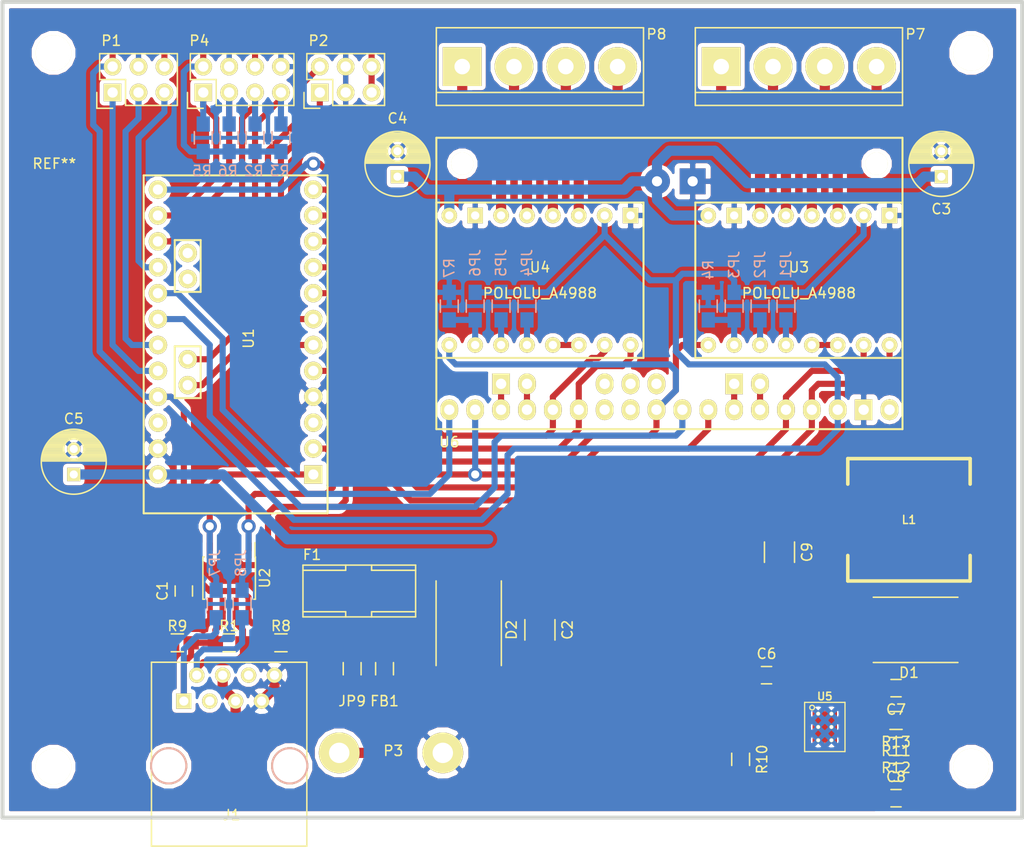
<source format=kicad_pcb>
(kicad_pcb (version 4) (host pcbnew 4.0.4-stable)
  (layers (0 F.Cu signal) (31 B.Cu signal) (34 B.Paste user) (35 F.Paste user) (36 B.SilkS user) (37 F.SilkS user) (38 B.Mask user) (39 F.Mask user) (44 Edge.Cuts user))
  (net 0 "")
  (net 1 +5V)
  (net 2 GND)
  (net 3 /VIN)
  (net 4 /TX)
  (net 5 /RTS)
  (net 6 /RX)
  (net 7 /A)
  (net 8 /B)
  (net 9 /SW1)
  (net 10 /SW2)
  (net 11 /SF)
  (net 12 /M1IN2)
  (net 13 /M1IN1)
  (net 14 /M1FB)
  (net 15 /EN)
  (net 16 /M2IN2)
  (net 17 /M2IN1)
  (net 18 /M2FB)
  (net 19 /MS1M1)
  (net 20 /MS1M2)
  (net 21 /SCL1)
  (net 22 /SDA1)
  (net 23 /SCL2)
  (net 24 /SDA2)
  (net 25 /2AM1)
  (net 26 /1AM1)
  (net 27 /2BM1)
  (net 28 /1BM1)
  (net 29 /2AM2)
  (net 30 /1AM2)
  (net 31 /2BM2)
  (net 32 /1BM2)
  (net 33 /A3)
  (net 34 /A2)
  (net 35 "Net-(U1-Pad3)")
  (net 36 "Net-(U1-Pad18)")
  (net 37 "Net-(U1-Pad26)")
  (net 38 "Net-(U1-Pad17)")
  (net 39 "Net-(J1-Pad3)")
  (net 40 "Net-(J1-Pad6)")
  (net 41 +12V)
  (net 42 "Net-(F1-Pad1)")
  (net 43 /MS3M1)
  (net 44 /MS2M1)
  (net 45 /MS3M2)
  (net 46 /MS2M2)
  (net 47 /PB5)
  (net 48 /M1RST)
  (net 49 /M2RST)
  (net 50 /M1D2)
  (net 51 /M1D1)
  (net 52 "Net-(U6-Pad11)")
  (net 53 "Net-(U6-Pad12)")
  (net 54 /M2D2)
  (net 55 /M2D1)
  (net 56 "Net-(U6-Pad21)")
  (net 57 "Net-(U6-Pad22)")
  (net 58 "Net-(U6-Pad23)")
  (net 59 /VIN_RJ45)
  (net 60 "Net-(U6-Pad1)")
  (net 61 "Net-(C2-Pad1)")
  (net 62 "Net-(C6-Pad1)")
  (net 63 "Net-(C6-Pad2)")
  (net 64 "Net-(C7-Pad1)")
  (net 65 "Net-(C8-Pad1)")
  (net 66 "Net-(R10-Pad1)")
  (net 67 /FB)
  (net 68 "Net-(U5-Pad3)")
  (module Resistors_SMD:R_0805_HandSoldering (layer B.Cu) (at 112.395 100.965 90)
    (fp_text reference JP7 (at 4.017 -0.127 90) (layer B.SilkS) (effects (justify mirror)))
    (fp_text value Jumper_NO_Small hide)
    (pad 1 smd rect (at -1.35 0 90) (size 1.5 1.3) (layers B.Cu B.Paste B.Mask) (net 7 /A))
    (pad 2 smd rect (at 1.35 0 90) (size 1.5 1.3) (layers B.Cu B.Paste B.Mask) (net 4 /TX))
  )
  (module SMD_Packages:Fuse_SMD (layer F.Cu) (at 126.365 99.695 90)
    (fp_text reference F1 (at 3.556 -4.572 180) (layer F.SilkS))
    (fp_text value FUSE hide)
    (pad 1 smd rect (at 0 -3.175 90) (size 3.556 4.191) (layers F.Cu F.Paste F.Mask) (net 42 "Net-(F1-Pad1)"))
    (pad 2 smd rect (at 0 3.175 90) (size 3.556 4.191) (layers F.Cu F.Paste F.Mask) (net 61 "Net-(C2-Pad1)"))
  )
  (module Capacitors_SMD:C_0805_HandSoldering (layer F.Cu) (at 109.22 99.695 90)
    (fp_text reference C1 (at 0 -2.1 90) (layer F.SilkS))
    (fp_text value 0.1u hide)
    (pad 1 smd rect (at -1.25 0 90) (size 1.5 1.25) (layers F.Cu F.Paste F.Mask) (net 2 GND))
    (pad 2 smd rect (at 1.25 0 90) (size 1.5 1.25) (layers F.Cu F.Paste F.Mask) (net 1 +5V))
  )
  (module Capacitors_ThroughHole:C_Radial_D6.3_L11.2_P2.5 (layer F.Cu) (at 183.515 59.055 90)
    (fp_text reference C3 (at -3.175 0 180) (layer F.SilkS))
    (fp_text value 100u hide)
    (pad 2 thru_hole circle (at 2.5 0 90) (size 1.3 1.3) (drill 0.8) (layers *.Cu *.Mask F.SilkS) (net 2 GND))
    (pad 1 thru_hole rect (at 0 0 90) (size 1.3 1.3) (drill 0.8) (layers *.Cu *.Mask F.SilkS) (net 41 +12V))
  )
  (module Capacitors_ThroughHole:C_Radial_D6.3_L11.2_P2.5 (layer F.Cu) (at 130.175 59.055 90)
    (fp_text reference C4 (at 5.715 0 180) (layer F.SilkS))
    (fp_text value 100u hide)
    (pad 2 thru_hole circle (at 2.5 0 90) (size 1.3 1.3) (drill 0.8) (layers *.Cu *.Mask F.SilkS) (net 2 GND))
    (pad 1 thru_hole rect (at 0 0 90) (size 1.3 1.3) (drill 0.8) (layers *.Cu *.Mask F.SilkS) (net 41 +12V))
  )
  (module Pin_Headers:Pin_Header_Straight_2x03 (layer F.Cu) (at 122.555 50.8 90)
    (fp_text reference P2 (at 5.08 -0.127 180) (layer F.SilkS))
    (fp_text value End-Stops hide)
    (pad 1 thru_hole rect (at 0 0 90) (size 1.7272 1.7272) (drill 1.016) (layers *.Cu *.Mask F.SilkS) (net 10 /SW2))
    (pad 2 thru_hole oval (at 2.54 0 90) (size 1.7272 1.7272) (drill 1.016) (layers *.Cu *.Mask F.SilkS) (net 9 /SW1))
    (pad 3 thru_hole oval (at 0 2.54 90) (size 1.7272 1.7272) (drill 1.016) (layers *.Cu *.Mask F.SilkS) (net 2 GND))
    (pad 4 thru_hole oval (at 2.54 2.54 90) (size 1.7272 1.7272) (drill 1.016) (layers *.Cu *.Mask F.SilkS) (net 2 GND))
    (pad 5 thru_hole oval (at 0 5.08 90) (size 1.7272 1.7272) (drill 1.016) (layers *.Cu *.Mask F.SilkS) (net 1 +5V))
    (pad 6 thru_hole oval (at 2.54 5.08 90) (size 1.7272 1.7272) (drill 1.016) (layers *.Cu *.Mask F.SilkS) (net 1 +5V))
  )
  (module Pin_Headers:Pin_Header_Straight_2x04 (layer F.Cu) (at 111.125 50.8 90)
    (fp_text reference P4 (at 5.08 -0.381 180) (layer F.SilkS))
    (fp_text value I2C hide)
    (pad 1 thru_hole rect (at 0 0 90) (size 1.7272 1.7272) (drill 1.016) (layers *.Cu *.Mask F.SilkS) (net 24 /SDA2))
    (pad 2 thru_hole oval (at 2.54 0 90) (size 1.7272 1.7272) (drill 1.016) (layers *.Cu *.Mask F.SilkS) (net 1 +5V))
    (pad 3 thru_hole oval (at 0 2.54 90) (size 1.7272 1.7272) (drill 1.016) (layers *.Cu *.Mask F.SilkS) (net 23 /SCL2))
    (pad 4 thru_hole oval (at 2.54 2.54 90) (size 1.7272 1.7272) (drill 1.016) (layers *.Cu *.Mask F.SilkS) (net 2 GND))
    (pad 5 thru_hole oval (at 0 5.08 90) (size 1.7272 1.7272) (drill 1.016) (layers *.Cu *.Mask F.SilkS) (net 22 /SDA1))
    (pad 6 thru_hole oval (at 2.54 5.08 90) (size 1.7272 1.7272) (drill 1.016) (layers *.Cu *.Mask F.SilkS) (net 1 +5V))
    (pad 7 thru_hole oval (at 0 7.62 90) (size 1.7272 1.7272) (drill 1.016) (layers *.Cu *.Mask F.SilkS) (net 21 /SCL1))
    (pad 8 thru_hole oval (at 2.54 7.62 90) (size 1.7272 1.7272) (drill 1.016) (layers *.Cu *.Mask F.SilkS) (net 2 GND))
  )
  (module Connect:bornier4 (layer F.Cu) (at 169.545 48.26)
    (fp_text reference P7 (at 11.43 -3.175) (layer F.SilkS))
    (fp_text value Motor1 hide)
    (pad 2 thru_hole circle (at -2.54 0) (size 3.81 3.81) (drill 1.524) (layers *.Cu *.Mask F.SilkS) (net 25 /2AM1))
    (pad 3 thru_hole circle (at 2.54 0) (size 3.81 3.81) (drill 1.524) (layers *.Cu *.Mask F.SilkS) (net 26 /1AM1))
    (pad 1 thru_hole rect (at -7.62 0) (size 3.81 3.81) (drill 1.524) (layers *.Cu *.Mask F.SilkS) (net 27 /2BM1))
    (pad 4 thru_hole circle (at 7.62 0) (size 3.81 3.81) (drill 1.524) (layers *.Cu *.Mask F.SilkS) (net 28 /1BM1))
  )
  (module Connect:bornier4 (layer F.Cu) (at 144.145 48.26)
    (fp_text reference P8 (at 11.43 -3.175) (layer F.SilkS))
    (fp_text value Motor2 hide)
    (pad 2 thru_hole circle (at -2.54 0) (size 3.81 3.81) (drill 1.524) (layers *.Cu *.Mask F.SilkS) (net 29 /2AM2))
    (pad 3 thru_hole circle (at 2.54 0) (size 3.81 3.81) (drill 1.524) (layers *.Cu *.Mask F.SilkS) (net 30 /1AM2))
    (pad 1 thru_hole rect (at -7.62 0) (size 3.81 3.81) (drill 1.524) (layers *.Cu *.Mask F.SilkS) (net 31 /2BM2))
    (pad 4 thru_hole circle (at 7.62 0) (size 3.81 3.81) (drill 1.524) (layers *.Cu *.Mask F.SilkS) (net 32 /1BM2))
  )
  (module Resistors_SMD:R_0805_HandSoldering (layer F.Cu) (at 113.665 104.775)
    (fp_text reference R1 (at 0 -1.651) (layer F.SilkS))
    (fp_text value 120 hide)
    (pad 1 smd rect (at -1.35 0) (size 1.5 1.3) (layers F.Cu F.Paste F.Mask) (net 7 /A))
    (pad 2 smd rect (at 1.35 0) (size 1.5 1.3) (layers F.Cu F.Paste F.Mask) (net 8 /B))
  )
  (module Resistors_SMD:R_0805_HandSoldering (layer B.Cu) (at 116.205 55.245 90)
    (fp_text reference R2 (at -3.255 -0.127 180) (layer B.SilkS) (effects (justify mirror)))
    (fp_text value 4.7k hide)
    (pad 1 smd rect (at -1.35 0 90) (size 1.5 1.3) (layers B.Cu B.Paste B.Mask) (net 1 +5V))
    (pad 2 smd rect (at 1.35 0 90) (size 1.5 1.3) (layers B.Cu B.Paste B.Mask) (net 22 /SDA1))
  )
  (module Resistors_SMD:R_0805_HandSoldering (layer B.Cu) (at 118.745 55.245 90)
    (fp_text reference R3 (at -3.255 -0.127 360) (layer B.SilkS) (effects (justify mirror)))
    (fp_text value 4.7k hide)
    (pad 1 smd rect (at -1.35 0 90) (size 1.5 1.3) (layers B.Cu B.Paste B.Mask) (net 1 +5V))
    (pad 2 smd rect (at 1.35 0 90) (size 1.5 1.3) (layers B.Cu B.Paste B.Mask) (net 21 /SCL1))
  )
  (module Resistors_SMD:R_0805_HandSoldering (layer B.Cu) (at 160.655 71.755 90)
    (fp_text reference R4 (at 3.556 0 90) (layer B.SilkS) (effects (justify mirror)))
    (fp_text value 100k hide)
    (pad 1 smd rect (at -1.35 0 90) (size 1.5 1.3) (layers B.Cu B.Paste B.Mask) (net 19 /MS1M1))
    (pad 2 smd rect (at 1.35 0 90) (size 1.5 1.3) (layers B.Cu B.Paste B.Mask) (net 2 GND))
  )
  (module Resistors_SMD:R_0805_HandSoldering (layer B.Cu) (at 113.665 55.245 90)
    (fp_text reference R6 (at -3.255 -0.127 360) (layer B.SilkS) (effects (justify mirror)))
    (fp_text value 4.7k hide)
    (pad 1 smd rect (at -1.35 0 90) (size 1.5 1.3) (layers B.Cu B.Paste B.Mask) (net 1 +5V))
    (pad 2 smd rect (at 1.35 0 90) (size 1.5 1.3) (layers B.Cu B.Paste B.Mask) (net 23 /SCL2))
  )
  (module Resistors_SMD:R_0805_HandSoldering (layer B.Cu) (at 135.255 71.755 90)
    (fp_text reference R7 (at 3.73 0 90) (layer B.SilkS) (effects (justify mirror)))
    (fp_text value 100k hide)
    (pad 1 smd rect (at -1.35 0 90) (size 1.5 1.3) (layers B.Cu B.Paste B.Mask) (net 20 /MS1M2))
    (pad 2 smd rect (at 1.35 0 90) (size 1.5 1.3) (layers B.Cu B.Paste B.Mask) (net 2 GND))
  )
  (module Resistors_SMD:R_0805_HandSoldering (layer F.Cu) (at 118.745 104.775 180)
    (fp_text reference R8 (at 0 1.651 180) (layer F.SilkS))
    (fp_text value 4.7k hide)
    (pad 1 smd rect (at -1.35 0 180) (size 1.5 1.3) (layers F.Cu F.Paste F.Mask) (net 1 +5V))
    (pad 2 smd rect (at 1.35 0 180) (size 1.5 1.3) (layers F.Cu F.Paste F.Mask) (net 8 /B))
  )
  (module Resistors_SMD:R_0805_HandSoldering (layer F.Cu) (at 108.585 104.775 180)
    (fp_text reference R9 (at 0 1.651 180) (layer F.SilkS))
    (fp_text value 4.7k hide)
    (pad 1 smd rect (at -1.35 0 180) (size 1.5 1.3) (layers F.Cu F.Paste F.Mask) (net 7 /A))
    (pad 2 smd rect (at 1.35 0 180) (size 1.5 1.3) (layers F.Cu F.Paste F.Mask) (net 2 GND))
  )
  (module Housings_SOIC:SOIC-8_3.9x4.9mm_Pitch1.27mm (layer F.Cu) (at 113.665 98.425 270)
    (fp_text reference U2 (at 0 -3.5 270) (layer F.SilkS))
    (fp_text value MAX485 hide)
    (pad 1 smd rect (at -2.7 -1.905 270) (size 1.55 0.6) (layers F.Cu F.Paste F.Mask) (net 6 /RX))
    (pad 2 smd rect (at -2.7 -0.635 270) (size 1.55 0.6) (layers F.Cu F.Paste F.Mask) (net 5 /RTS))
    (pad 3 smd rect (at -2.7 0.635 270) (size 1.55 0.6) (layers F.Cu F.Paste F.Mask) (net 5 /RTS))
    (pad 4 smd rect (at -2.7 1.905 270) (size 1.55 0.6) (layers F.Cu F.Paste F.Mask) (net 4 /TX))
    (pad 5 smd rect (at 2.7 1.905 270) (size 1.55 0.6) (layers F.Cu F.Paste F.Mask) (net 2 GND))
    (pad 6 smd rect (at 2.7 0.635 270) (size 1.55 0.6) (layers F.Cu F.Paste F.Mask) (net 7 /A))
    (pad 7 smd rect (at 2.7 -0.635 270) (size 1.55 0.6) (layers F.Cu F.Paste F.Mask) (net 8 /B))
    (pad 8 smd rect (at 2.7 -1.905 270) (size 1.55 0.6) (layers F.Cu F.Paste F.Mask) (net 1 +5V))
  )
  (module Connect:RJ45_8 (layer F.Cu) (at 113.665 116.84)
    (fp_text reference J1 (at 0.254 4.826) (layer F.SilkS))
    (fp_text value RJ45 hide)
    (pad Hole np_thru_hole circle (at 5.93852 0) (size 3.64998 3.64998) (drill 3.2512) (layers *.Cu *.SilkS *.Mask))
    (pad Hole np_thru_hole circle (at -5.9309 0) (size 3.64998 3.64998) (drill 3.2512) (layers *.Cu *.SilkS *.Mask))
    (pad 1 thru_hole rect (at -4.445 -6.35) (size 1.50114 1.50114) (drill 0.89916) (layers *.Cu *.Mask F.SilkS) (net 7 /A))
    (pad 2 thru_hole circle (at -3.175 -8.89) (size 1.50114 1.50114) (drill 0.89916) (layers *.Cu *.Mask F.SilkS) (net 8 /B))
    (pad 3 thru_hole circle (at -1.905 -6.35) (size 1.50114 1.50114) (drill 0.89916) (layers *.Cu *.Mask F.SilkS) (net 39 "Net-(J1-Pad3)"))
    (pad 4 thru_hole circle (at -0.635 -8.89) (size 1.50114 1.50114) (drill 0.89916) (layers *.Cu *.Mask F.SilkS) (net 59 /VIN_RJ45))
    (pad 5 thru_hole circle (at 0.635 -6.35) (size 1.50114 1.50114) (drill 0.89916) (layers *.Cu *.Mask F.SilkS) (net 59 /VIN_RJ45))
    (pad 6 thru_hole circle (at 1.905 -8.89) (size 1.50114 1.50114) (drill 0.89916) (layers *.Cu *.Mask F.SilkS) (net 40 "Net-(J1-Pad6)"))
    (pad 7 thru_hole circle (at 3.175 -6.35) (size 1.50114 1.50114) (drill 0.89916) (layers *.Cu *.Mask F.SilkS) (net 2 GND))
    (pad 8 thru_hole circle (at 4.445 -8.89) (size 1.50114 1.50114) (drill 0.89916) (layers *.Cu *.Mask F.SilkS) (net 2 GND))
  )
  (module Pin_Headers:Pin_Header_Straight_2x03 (layer F.Cu) (at 102.235 50.8 90)
    (fp_text reference P1 (at 5.08 -0.127 180) (layer F.SilkS))
    (fp_text value Dev-Pins hide)
    (pad 1 thru_hole rect (at 0 0 90) (size 1.7272 1.7272) (drill 1.016) (layers *.Cu *.Mask F.SilkS) (net 33 /A3))
    (pad 2 thru_hole oval (at 2.54 0 90) (size 1.7272 1.7272) (drill 1.016) (layers *.Cu *.Mask F.SilkS) (net 1 +5V))
    (pad 3 thru_hole oval (at 0 2.54 90) (size 1.7272 1.7272) (drill 1.016) (layers *.Cu *.Mask F.SilkS) (net 34 /A2))
    (pad 4 thru_hole oval (at 2.54 2.54 90) (size 1.7272 1.7272) (drill 1.016) (layers *.Cu *.Mask F.SilkS) (net 2 GND))
    (pad 5 thru_hole oval (at 0 5.08 90) (size 1.7272 1.7272) (drill 1.016) (layers *.Cu *.Mask F.SilkS) (net 47 /PB5))
    (pad 6 thru_hole oval (at 2.54 5.08 90) (size 1.7272 1.7272) (drill 1.016) (layers *.Cu *.Mask F.SilkS) (net 1 +5V))
  )
  (module Resistors_SMD:R_0805_HandSoldering (layer B.Cu) (at 111.125 55.245 90)
    (fp_text reference R5 (at -3.255 -0.127 360) (layer B.SilkS) (effects (justify mirror)))
    (fp_text value 4.7k hide)
    (pad 1 smd rect (at -1.35 0 90) (size 1.5 1.3) (layers B.Cu B.Paste B.Mask) (net 1 +5V))
    (pad 2 smd rect (at 1.35 0 90) (size 1.5 1.3) (layers B.Cu B.Paste B.Mask) (net 24 /SDA2))
  )
  (module Resistors_SMD:R_0805_HandSoldering (layer B.Cu) (at 114.935 100.965 90)
    (fp_text reference JP8 (at 4.017 -0.127 90) (layer B.SilkS) (effects (justify mirror)))
    (fp_text value Jumper_NO_Small hide)
    (pad 1 smd rect (at -1.35 0 90) (size 1.5 1.3) (layers B.Cu B.Paste B.Mask) (net 8 /B))
    (pad 2 smd rect (at 1.35 0 90) (size 1.5 1.3) (layers B.Cu B.Paste B.Mask) (net 6 /RX))
  )
  (module Capacitors_ThroughHole:C_Radial_D6.3_L11.2_P2.5 (layer F.Cu) (at 98.425 88.265 90)
    (fp_text reference C5 (at 5.461 0 180) (layer F.SilkS))
    (fp_text value 10u hide)
    (pad 2 thru_hole circle (at 2.5 0 90) (size 1.3 1.3) (drill 0.8) (layers *.Cu *.Mask F.SilkS) (net 2 GND))
    (pad 1 thru_hole rect (at 0 0 90) (size 1.3 1.3) (drill 0.8) (layers *.Cu *.Mask F.SilkS) (net 41 +12V))
  )
  (module Resistors_SMD:R_0805_HandSoldering (layer F.Cu) (at 128.905 107.315 90)
    (fp_text reference FB1 (at -3.175 0 180) (layer F.SilkS))
    (fp_text value FILTER hide)
    (pad 1 smd rect (at -1.35 0 90) (size 1.5 1.3) (layers F.Cu F.Paste F.Mask) (net 3 /VIN))
    (pad 2 smd rect (at 1.35 0 90) (size 1.5 1.3) (layers F.Cu F.Paste F.Mask) (net 42 "Net-(F1-Pad1)"))
  )
  (module Resistors_SMD:R_0805_HandSoldering (layer B.Cu) (at 168.275 71.755 90)
    (fp_text reference JP1 (at 4.064 0 90) (layer B.SilkS) (effects (justify mirror)))
    (fp_text value Jumper_NO_Small hide)
    (pad 1 smd rect (at -1.35 0 90) (size 1.5 1.3) (layers B.Cu B.Paste B.Mask) (net 43 /MS3M1))
    (pad 2 smd rect (at 1.35 0 90) (size 1.5 1.3) (layers B.Cu B.Paste B.Mask) (net 1 +5V))
  )
  (module Resistors_SMD:R_0805_HandSoldering (layer B.Cu) (at 165.735 71.755 90)
    (fp_text reference JP2 (at 4.064 0 90) (layer B.SilkS) (effects (justify mirror)))
    (fp_text value Jumper_NO_Small hide)
    (pad 1 smd rect (at -1.35 0 90) (size 1.5 1.3) (layers B.Cu B.Paste B.Mask) (net 44 /MS2M1))
    (pad 2 smd rect (at 1.35 0 90) (size 1.5 1.3) (layers B.Cu B.Paste B.Mask) (net 1 +5V))
  )
  (module Resistors_SMD:R_0805_HandSoldering (layer B.Cu) (at 142.875 71.755 90)
    (fp_text reference JP4 (at 4.238 0 90) (layer B.SilkS) (effects (justify mirror)))
    (fp_text value Jumper_NO_Small hide)
    (pad 1 smd rect (at -1.35 0 90) (size 1.5 1.3) (layers B.Cu B.Paste B.Mask) (net 45 /MS3M2))
    (pad 2 smd rect (at 1.35 0 90) (size 1.5 1.3) (layers B.Cu B.Paste B.Mask) (net 1 +5V))
  )
  (module Resistors_SMD:R_0805_HandSoldering (layer B.Cu) (at 140.335 71.755 90)
    (fp_text reference JP5 (at 4.238 0 90) (layer B.SilkS) (effects (justify mirror)))
    (fp_text value Jumper_NO_Small hide)
    (pad 1 smd rect (at -1.35 0 90) (size 1.5 1.3) (layers B.Cu B.Paste B.Mask) (net 46 /MS2M2))
    (pad 2 smd rect (at 1.35 0 90) (size 1.5 1.3) (layers B.Cu B.Paste B.Mask) (net 1 +5V))
  )
  (module Resistors_SMD:R_0805_HandSoldering (layer B.Cu) (at 137.795 71.755 90)
    (fp_text reference JP6 (at 4.238 0 90) (layer B.SilkS) (effects (justify mirror)))
    (fp_text value Jumper_NO_Small hide)
    (pad 1 smd rect (at -1.35 0 90) (size 1.5 1.3) (layers B.Cu B.Paste B.Mask) (net 20 /MS1M2))
    (pad 2 smd rect (at 1.35 0 90) (size 1.5 1.3) (layers B.Cu B.Paste B.Mask) (net 1 +5V))
  )
  (module Resistors_SMD:R_0805_HandSoldering (layer B.Cu) (at 163.195 71.755 90)
    (fp_text reference JP3 (at 4.064 0 90) (layer B.SilkS) (effects (justify mirror)))
    (fp_text value Jumper_NO_Small hide)
    (pad 1 smd rect (at -1.35 0 90) (size 1.5 1.3) (layers B.Cu B.Paste B.Mask) (net 19 /MS1M1))
    (pad 2 smd rect (at 1.35 0 90) (size 1.5 1.3) (layers B.Cu B.Paste B.Mask) (net 1 +5V))
  )
  (module EuroBoard_Outline:EuroBoard_halb_Type-I_100mmX80mm_holes (layer F.Cu) (at 91.44 121.92)
    (fp_text reference REF** (at 5.08 -64.135) (layer F.SilkS))
    (fp_text value EuroBoard_halb_Type-I_100mmX80mm_holes hide)
    (fp_line (start 0 0) (end 0 -79.99984) (layer Edge.Cuts) (width 0.381))
    (fp_line (start 0 -79.99984) (end 99.9998 -79.99984) (layer Edge.Cuts) (width 0.381))
    (fp_line (start 99.9998 -79.99984) (end 99.9998 0) (layer Edge.Cuts) (width 0.381))
    (fp_line (start 99.9998 0) (end 0 0) (layer Edge.Cuts) (width 0.381))
    (pad "" np_thru_hole circle (at 5.00126 -5.00126) (size 3.50012 3.50012) (drill 3.50012) (layers *.Cu *.Mask F.SilkS))
    (pad "" np_thru_hole circle (at 5.00126 -75.00112) (size 3.50012 3.50012) (drill 3.50012) (layers *.Cu *.Mask F.SilkS))
    (pad "" np_thru_hole circle (at 95.00108 -75.00112) (size 3.50012 3.50012) (drill 3.50012) (layers *.Cu *.Mask F.SilkS))
    (pad "" np_thru_hole circle (at 95.00108 -5.00126) (size 3.50012 3.50012) (drill 3.50012) (layers *.Cu *.Mask F.SilkS))
  )
  (module Wire_Connections_Bridges:WireConnection_2.00mmDrill (layer F.Cu) (at 134.62 115.57 180)
    (fp_text reference P3 (at 4.8514 0.2032 180) (layer F.SilkS))
    (fp_text value Power-In hide)
    (pad 1 thru_hole circle (at 0 0 180) (size 4.0005 4.0005) (drill 1.99898) (layers *.Cu *.Mask F.SilkS) (net 2 GND))
    (pad 2 thru_hole circle (at 10.16 0 180) (size 4.0005 4.0005) (drill 1.99898) (layers *.Cu *.Mask F.SilkS) (net 3 /VIN))
  )
  (module Resistors_SMD:R_0805_HandSoldering (layer F.Cu) (at 125.73 107.315 90)
    (fp_text reference JP9 (at -3.175 0 180) (layer F.SilkS))
    (fp_text value Jumper_NO_Small hide)
    (pad 1 smd rect (at -1.35 0 90) (size 1.5 1.3) (layers F.Cu F.Paste F.Mask) (net 3 /VIN))
    (pad 2 smd rect (at 1.35 0 90) (size 1.5 1.3) (layers F.Cu F.Paste F.Mask) (net 59 /VIN_RJ45))
  )
  (module satnogs:arduino-pro-mini (layer F.Cu) (at 114.3 75.565 90)
    (fp_text reference U1 (at 0.635 1.27 90) (layer F.SilkS))
    (fp_text value ARDUINO_PRO_MINI)
    (pad 12 thru_hole circle (at 15.24 7.62 90) (size 1.8 1.8) (drill 1) (layers *.Cu *.Mask F.SilkS) (net 16 /M2IN2))
    (pad 11 thru_hole circle (at 12.7 7.62 90) (size 1.8 1.8) (drill 1) (layers *.Cu *.Mask F.SilkS) (net 15 /EN))
    (pad 10 thru_hole circle (at 10.16 7.62 90) (size 1.8 1.8) (drill 1) (layers *.Cu *.Mask F.SilkS) (net 11 /SF))
    (pad 9 thru_hole circle (at 7.62 7.62 90) (size 1.8 1.8) (drill 1) (layers *.Cu *.Mask F.SilkS) (net 13 /M1IN1))
    (pad 8 thru_hole circle (at 5.08 7.62 90) (size 1.8 1.8) (drill 1) (layers *.Cu *.Mask F.SilkS) (net 12 /M1IN2))
    (pad 7 thru_hole circle (at 2.54 7.62 90) (size 1.8 1.8) (drill 1) (layers *.Cu *.Mask F.SilkS) (net 10 /SW2))
    (pad 6 thru_hole circle (at 0 7.62 90) (size 1.8 1.8) (drill 1) (layers *.Cu *.Mask F.SilkS) (net 9 /SW1))
    (pad 5 thru_hole circle (at -2.54 7.62 90) (size 1.8 1.8) (drill 1) (layers *.Cu *.Mask F.SilkS) (net 5 /RTS))
    (pad 4 thru_hole circle (at -5.08 7.62 90) (size 1.8 1.8) (drill 1) (layers *.Cu *.Mask F.SilkS) (net 2 GND))
    (pad 3 thru_hole circle (at -7.62 7.62 90) (size 1.8 1.8) (drill 1) (layers *.Cu *.Mask F.SilkS) (net 35 "Net-(U1-Pad3)"))
    (pad 2 thru_hole circle (at -10.16 7.62 90) (size 1.8 1.8) (drill 1) (layers *.Cu *.Mask F.SilkS) (net 6 /RX))
    (pad 1 thru_hole rect (at -12.7 7.62 90) (size 1.8 1.8) (drill 1) (layers *.Cu *.Mask F.SilkS) (net 4 /TX))
    (pad 13 thru_hole circle (at 15.24 -7.62 90) (size 1.8 1.8) (drill 1) (layers *.Cu *.Mask F.SilkS) (net 17 /M2IN1))
    (pad 14 thru_hole circle (at 12.7 -7.62 90) (size 1.8 1.8) (drill 1) (layers *.Cu *.Mask F.SilkS) (net 24 /SDA2))
    (pad 15 thru_hole circle (at 10.16 -7.62 90) (size 1.8 1.8) (drill 1) (layers *.Cu *.Mask F.SilkS) (net 23 /SCL2))
    (pad 16 thru_hole circle (at 7.62 -7.62 90) (size 1.8 1.8) (drill 1) (layers *.Cu *.Mask F.SilkS) (net 47 /PB5))
    (pad 19 thru_hole circle (at 5.08 -7.62 90) (size 1.8 1.8) (drill 1) (layers *.Cu *.Mask F.SilkS) (net 18 /M2FB))
    (pad 20 thru_hole circle (at 2.54 -7.62 90) (size 1.8 1.8) (drill 1) (layers *.Cu *.Mask F.SilkS) (net 14 /M1FB))
    (pad 21 thru_hole circle (at 0 -7.62 90) (size 1.8 1.8) (drill 1) (layers *.Cu *.Mask F.SilkS) (net 34 /A2))
    (pad 22 thru_hole circle (at -2.54 -7.62 90) (size 1.8 1.8) (drill 1) (layers *.Cu *.Mask F.SilkS) (net 33 /A3))
    (pad 25 thru_hole circle (at -5.08 -7.62 90) (size 1.8 1.8) (drill 1) (layers *.Cu *.Mask F.SilkS) (net 1 +5V))
    (pad 26 thru_hole circle (at -7.62 -7.62 90) (size 1.8 1.8) (drill 1) (layers *.Cu *.Mask F.SilkS) (net 37 "Net-(U1-Pad26)"))
    (pad 27 thru_hole circle (at -10.16 -7.62 90) (size 1.8 1.8) (drill 1) (layers *.Cu *.Mask F.SilkS) (net 2 GND))
    (pad 28 thru_hole circle (at -12.7 -7.62 90) (size 1.8 1.8) (drill 1) (layers *.Cu *.Mask F.SilkS) (net 41 +12V))
    (pad 24 thru_hole circle (at -3.937 -4.699 90) (size 1.8 1.8) (drill 1) (layers *.Cu *.Mask F.SilkS) (net 21 /SCL1))
    (pad 23 thru_hole circle (at -1.397 -4.699 90) (size 1.8 1.8) (drill 1) (layers *.Cu *.Mask F.SilkS) (net 22 /SDA1))
    (pad 17 thru_hole circle (at 9.017 -4.699 90) (size 1.8 1.8) (drill 1) (layers *.Cu *.Mask F.SilkS) (net 38 "Net-(U1-Pad17)"))
    (pad 18 thru_hole circle (at 6.477 -4.699 90) (size 1.8 1.8) (drill 1) (layers *.Cu *.Mask F.SilkS) (net 36 "Net-(U1-Pad18)"))
  )
  (module satnogs:pololu-a4988 (layer F.Cu) (at 144.145 69.215 180)
    (fp_text reference U4 (at 0 1.27 180) (layer F.SilkS))
    (fp_text value POLOLU_A4988 (at 0 -1.27 180) (layer F.SilkS))
    (pad 1 thru_hole rect (at -8.89 6.35 180) (size 1.524 1.524) (drill 0.8128) (layers *.Cu *.Mask F.SilkS) (net 2 GND))
    (pad 2 thru_hole circle (at -6.35 6.35 180) (size 1.524 1.524) (drill 0.8128) (layers *.Cu *.Mask F.SilkS) (net 1 +5V))
    (pad 3 thru_hole circle (at -3.81 6.35 180) (size 1.524 1.524) (drill 0.8128) (layers *.Cu *.Mask F.SilkS) (net 32 /1BM2))
    (pad 4 thru_hole circle (at -1.27 6.35 180) (size 1.524 1.524) (drill 0.8128) (layers *.Cu *.Mask F.SilkS) (net 30 /1AM2))
    (pad 5 thru_hole circle (at 1.27 6.35 180) (size 1.524 1.524) (drill 0.8128) (layers *.Cu *.Mask F.SilkS) (net 29 /2AM2))
    (pad 6 thru_hole circle (at 3.81 6.35 180) (size 1.524 1.524) (drill 0.8128) (layers *.Cu *.Mask F.SilkS) (net 31 /2BM2))
    (pad 7 thru_hole rect (at 6.35 6.35 180) (size 1.524 1.524) (drill 0.8128) (layers *.Cu *.Mask F.SilkS) (net 2 GND))
    (pad 8 thru_hole circle (at 8.89 6.35 180) (size 1.524 1.524) (drill 0.8128) (layers *.Cu *.Mask F.SilkS) (net 41 +12V))
    (pad 9 thru_hole circle (at 8.89 -6.35 180) (size 1.524 1.524) (drill 0.8128) (layers *.Cu *.Mask F.SilkS) (net 15 /EN))
    (pad 10 thru_hole circle (at 6.35 -6.35 180) (size 1.524 1.524) (drill 0.8128) (layers *.Cu *.Mask F.SilkS) (net 20 /MS1M2))
    (pad 11 thru_hole circle (at 3.81 -6.35 180) (size 1.524 1.524) (drill 0.8128) (layers *.Cu *.Mask F.SilkS) (net 46 /MS2M2))
    (pad 12 thru_hole circle (at 1.27 -6.35 180) (size 1.524 1.524) (drill 0.8128) (layers *.Cu *.Mask F.SilkS) (net 45 /MS3M2))
    (pad 13 thru_hole circle (at -1.27 -6.35 180) (size 1.524 1.524) (drill 0.8128) (layers *.Cu *.Mask F.SilkS) (net 49 /M2RST))
    (pad 14 thru_hole circle (at -3.81 -6.35 180) (size 1.524 1.524) (drill 0.8128) (layers *.Cu *.Mask F.SilkS) (net 49 /M2RST))
    (pad 15 thru_hole circle (at -6.35 -6.35 180) (size 1.524 1.524) (drill 0.8128) (layers *.Cu *.Mask F.SilkS) (net 17 /M2IN1))
    (pad 16 thru_hole circle (at -8.89 -6.35 180) (size 1.524 1.524) (drill 0.8128) (layers *.Cu *.Mask F.SilkS) (net 16 /M2IN2))
  )
  (module satnogs:pololu-a4988 (layer F.Cu) (at 169.545 69.215 180)
    (fp_text reference U3 (at 0 1.27 180) (layer F.SilkS))
    (fp_text value POLOLU_A4988 (at 0 -1.27 180) (layer F.SilkS))
    (pad 1 thru_hole rect (at -8.89 6.35 180) (size 1.524 1.524) (drill 0.8128) (layers *.Cu *.Mask F.SilkS) (net 2 GND))
    (pad 2 thru_hole circle (at -6.35 6.35 180) (size 1.524 1.524) (drill 0.8128) (layers *.Cu *.Mask F.SilkS) (net 1 +5V))
    (pad 3 thru_hole circle (at -3.81 6.35 180) (size 1.524 1.524) (drill 0.8128) (layers *.Cu *.Mask F.SilkS) (net 28 /1BM1))
    (pad 4 thru_hole circle (at -1.27 6.35 180) (size 1.524 1.524) (drill 0.8128) (layers *.Cu *.Mask F.SilkS) (net 26 /1AM1))
    (pad 5 thru_hole circle (at 1.27 6.35 180) (size 1.524 1.524) (drill 0.8128) (layers *.Cu *.Mask F.SilkS) (net 25 /2AM1))
    (pad 6 thru_hole circle (at 3.81 6.35 180) (size 1.524 1.524) (drill 0.8128) (layers *.Cu *.Mask F.SilkS) (net 27 /2BM1))
    (pad 7 thru_hole rect (at 6.35 6.35 180) (size 1.524 1.524) (drill 0.8128) (layers *.Cu *.Mask F.SilkS) (net 2 GND))
    (pad 8 thru_hole circle (at 8.89 6.35 180) (size 1.524 1.524) (drill 0.8128) (layers *.Cu *.Mask F.SilkS) (net 41 +12V))
    (pad 9 thru_hole circle (at 8.89 -6.35 180) (size 1.524 1.524) (drill 0.8128) (layers *.Cu *.Mask F.SilkS) (net 15 /EN))
    (pad 10 thru_hole circle (at 6.35 -6.35 180) (size 1.524 1.524) (drill 0.8128) (layers *.Cu *.Mask F.SilkS) (net 19 /MS1M1))
    (pad 11 thru_hole circle (at 3.81 -6.35 180) (size 1.524 1.524) (drill 0.8128) (layers *.Cu *.Mask F.SilkS) (net 44 /MS2M1))
    (pad 12 thru_hole circle (at 1.27 -6.35 180) (size 1.524 1.524) (drill 0.8128) (layers *.Cu *.Mask F.SilkS) (net 43 /MS3M1))
    (pad 13 thru_hole circle (at -1.27 -6.35 180) (size 1.524 1.524) (drill 0.8128) (layers *.Cu *.Mask F.SilkS) (net 48 /M1RST))
    (pad 14 thru_hole circle (at -3.81 -6.35 180) (size 1.524 1.524) (drill 0.8128) (layers *.Cu *.Mask F.SilkS) (net 48 /M1RST))
    (pad 15 thru_hole circle (at -6.35 -6.35 180) (size 1.524 1.524) (drill 0.8128) (layers *.Cu *.Mask F.SilkS) (net 13 /M1IN1))
    (pad 16 thru_hole circle (at -8.89 -6.35 180) (size 1.524 1.524) (drill 0.8128) (layers *.Cu *.Mask F.SilkS) (net 12 /M1IN2))
  )
  (module satnogs:pololu-dual-mc33926 (layer F.Cu) (at 156.845 81.915 180)
    (fp_text reference U6 (at 21.59 -3.175 180) (layer F.SilkS))
    (fp_text value POLOLU_DUAL_MC33926 hide)
    (pad 1 thru_hole oval (at -21.59 0 180) (size 1.7272 2.032) (drill 1.016) (layers *.Cu *.Mask F.SilkS) (net 60 "Net-(U6-Pad1)"))
    (pad 1 thru_hole oval (at -21.59 0 180) (size 1.7272 2.032) (drill 1.016) (layers *.Cu *.Mask F.SilkS) (net 60 "Net-(U6-Pad1)"))
    (pad 2 thru_hole rect (at -19.05 0 180) (size 1.7272 2.032) (drill 1.016) (layers *.Cu *.Mask F.SilkS) (net 2 GND))
    (pad 3 thru_hole oval (at -16.51 0 180) (size 1.7272 2.032) (drill 1.016) (layers *.Cu *.Mask F.SilkS) (net 1 +5V))
    (pad 4 thru_hole oval (at -13.97 0 180) (size 1.7272 2.032) (drill 1.016) (layers *.Cu *.Mask F.SilkS) (net 12 /M1IN2))
    (pad 5 thru_hole oval (at -11.43 0 180) (size 1.7272 2.032) (drill 1.016) (layers *.Cu *.Mask F.SilkS) (net 13 /M1IN1))
    (pad 6 thru_hole oval (at -8.89 0 180) (size 1.7272 2.032) (drill 1.016) (layers *.Cu *.Mask F.SilkS) (net 50 /M1D2))
    (pad 7 thru_hole oval (at -6.35 0 180) (size 1.7272 2.032) (drill 1.016) (layers *.Cu *.Mask F.SilkS) (net 51 /M1D1))
    (pad 8 thru_hole oval (at -3.81 0 180) (size 1.7272 2.032) (drill 1.016) (layers *.Cu *.Mask F.SilkS) (net 11 /SF))
    (pad 9 thru_hole oval (at -1.27 0 180) (size 1.7272 2.032) (drill 1.016) (layers *.Cu *.Mask F.SilkS) (net 14 /M1FB))
    (pad 10 thru_hole oval (at 1.27 0 180) (size 1.7272 2.032) (drill 1.016) (layers *.Cu *.Mask F.SilkS) (net 15 /EN))
    (pad 11 thru_hole oval (at 3.81 0 180) (size 1.7272 2.032) (drill 1.016) (layers *.Cu *.Mask F.SilkS) (net 52 "Net-(U6-Pad11)"))
    (pad 12 thru_hole oval (at 6.35 0 180) (size 1.7272 2.032) (drill 1.016) (layers *.Cu *.Mask F.SilkS) (net 53 "Net-(U6-Pad12)"))
    (pad 13 thru_hole oval (at 8.89 0 180) (size 1.7272 2.032) (drill 1.016) (layers *.Cu *.Mask F.SilkS) (net 16 /M2IN2))
    (pad 14 thru_hole oval (at 11.43 0 180) (size 1.7272 2.032) (drill 1.016) (layers *.Cu *.Mask F.SilkS) (net 17 /M2IN1))
    (pad 15 thru_hole oval (at 13.97 0 180) (size 1.7272 2.032) (drill 1.016) (layers *.Cu *.Mask F.SilkS) (net 54 /M2D2))
    (pad 16 thru_hole oval (at 16.51 0 180) (size 1.7272 2.032) (drill 1.016) (layers *.Cu *.Mask F.SilkS) (net 55 /M2D1))
    (pad 17 thru_hole oval (at 19.05 0 180) (size 1.7272 2.032) (drill 1.016) (layers *.Cu *.Mask F.SilkS) (net 11 /SF))
    (pad 18 thru_hole oval (at 21.59 0 180) (size 1.7272 2.032) (drill 1.016) (layers *.Cu *.Mask F.SilkS) (net 18 /M2FB))
    (pad "" np_thru_hole circle (at -20.32 24.13 180) (size 2.2 2.2) (drill 2.2) (layers *.Cu *.Mask F.SilkS))
    (pad "" np_thru_hole circle (at 20.32 24.13 180) (size 2.2 2.2) (drill 2.2) (layers *.Cu *.Mask F.SilkS))
    (pad 20 thru_hole oval (at 13.97 2.54 180) (size 1.7272 2.032) (drill 1.016) (layers *.Cu *.Mask F.SilkS) (net 54 /M2D2))
    (pad 19 thru_hole rect (at 16.51 2.54 180) (size 1.7272 2.032) (drill 1.016) (layers *.Cu *.Mask F.SilkS) (net 55 /M2D1))
    (pad 21 thru_hole oval (at 6.35 2.54 180) (size 1.7272 2.032) (drill 1.016) (layers *.Cu *.Mask F.SilkS) (net 56 "Net-(U6-Pad21)"))
    (pad 22 thru_hole oval (at 3.81 2.54 180) (size 1.7272 2.032) (drill 1.016) (layers *.Cu *.Mask F.SilkS) (net 57 "Net-(U6-Pad22)"))
    (pad 23 thru_hole oval (at 1.27 2.54 180) (size 1.7272 2.032) (drill 1.016) (layers *.Cu *.Mask F.SilkS) (net 58 "Net-(U6-Pad23)"))
    (pad 24 thru_hole rect (at -6.35 2.54 180) (size 1.7272 2.032) (drill 1.016) (layers *.Cu *.Mask F.SilkS) (net 51 /M1D1))
    (pad 25 thru_hole oval (at -8.89 2.54 180) (size 1.7272 2.032) (drill 1.016) (layers *.Cu *.Mask F.SilkS) (net 50 /M1D2))
    (pad 26 thru_hole circle (at 1.2192 22.4028 180) (size 2.54 2.54) (drill 1) (layers *.Cu *.Mask) (net 41 +12V))
    (pad 27 thru_hole rect (at -2.28092 22.4028 180) (size 2.54 2.54) (drill 1) (layers *.Cu *.Mask) (net 2 GND))
  )
  (module Capacitors_SMD:C_1210 (layer F.Cu) (at 144.145 103.505 270)
    (fp_text reference C2 (at 0 -2.7 270) (layer F.SilkS))
    (fp_text value 2.2u)
    (pad 1 smd rect (at -1.5 0 270) (size 1 2.5) (layers F.Cu F.Paste F.Mask) (net 61 "Net-(C2-Pad1)"))
    (pad 2 smd rect (at 1.5 0 270) (size 1 2.5) (layers F.Cu F.Paste F.Mask) (net 2 GND))
  )
  (module Capacitors_SMD:C_0805_HandSoldering (layer F.Cu) (at 166.37 107.95)
    (fp_text reference C6 (at 0 -2.1) (layer F.SilkS))
    (fp_text value 100n)
    (pad 1 smd rect (at -1.25 0) (size 1.5 1.25) (layers F.Cu F.Paste F.Mask) (net 62 "Net-(C6-Pad1)"))
    (pad 2 smd rect (at 1.25 0) (size 1.5 1.25) (layers F.Cu F.Paste F.Mask) (net 63 "Net-(C6-Pad2)"))
  )
  (module Capacitors_SMD:C_0805_HandSoldering (layer F.Cu) (at 179.07 109.22 180)
    (fp_text reference C7 (at 0 -2.1 180) (layer F.SilkS))
    (fp_text value 7.5n)
    (pad 1 smd rect (at -1.25 0 180) (size 1.5 1.25) (layers F.Cu F.Paste F.Mask) (net 64 "Net-(C7-Pad1)"))
    (pad 2 smd rect (at 1.25 0 180) (size 1.5 1.25) (layers F.Cu F.Paste F.Mask) (net 2 GND))
  )
  (module Capacitors_SMD:C_0805_HandSoldering (layer F.Cu) (at 179.07 120.015)
    (fp_text reference C8 (at 0 -2.1) (layer F.SilkS))
    (fp_text value 10p)
    (pad 1 smd rect (at -1.25 0) (size 1.5 1.25) (layers F.Cu F.Paste F.Mask) (net 65 "Net-(C8-Pad1)"))
    (pad 2 smd rect (at 1.25 0) (size 1.5 1.25) (layers F.Cu F.Paste F.Mask) (net 2 GND))
  )
  (module Capacitors_SMD:C_1210 (layer F.Cu) (at 167.64 95.885 270)
    (fp_text reference C9 (at 0 -2.7 270) (layer F.SilkS))
    (fp_text value 47u)
    (pad 1 smd rect (at -1.5 0 270) (size 1 2.5) (layers F.Cu F.Paste F.Mask) (net 41 +12V))
    (pad 2 smd rect (at 1.5 0 270) (size 1 2.5) (layers F.Cu F.Paste F.Mask) (net 2 GND))
  )
  (module Resistors_SMD:R_0805_HandSoldering (layer F.Cu) (at 163.83 116.205 270)
    (fp_text reference R10 (at 0 -2.1 270) (layer F.SilkS))
    (fp_text value 221k)
    (pad 1 smd rect (at -1.35 0 270) (size 1.5 1.3) (layers F.Cu F.Paste F.Mask) (net 66 "Net-(R10-Pad1)"))
    (pad 2 smd rect (at 1.35 0 270) (size 1.5 1.3) (layers F.Cu F.Paste F.Mask) (net 2 GND))
  )
  (module Resistors_SMD:R_0805_HandSoldering (layer F.Cu) (at 179.07 117.475)
    (fp_text reference R11 (at 0 -2.1) (layer F.SilkS))
    (fp_text value 26.7k)
    (pad 1 smd rect (at -1.35 0) (size 1.5 1.3) (layers F.Cu F.Paste F.Mask) (net 65 "Net-(C8-Pad1)"))
    (pad 2 smd rect (at 1.35 0) (size 1.5 1.3) (layers F.Cu F.Paste F.Mask) (net 64 "Net-(C7-Pad1)"))
  )
  (module Resistors_SMD:R_0805_HandSoldering (layer F.Cu) (at 179.07 114.935 180)
    (fp_text reference R12 (at 0 -2.1 180) (layer F.SilkS))
    (fp_text value 147k)
    (pad 1 smd rect (at -1.35 0 180) (size 1.5 1.3) (layers F.Cu F.Paste F.Mask) (net 41 +12V))
    (pad 2 smd rect (at 1.35 0 180) (size 1.5 1.3) (layers F.Cu F.Paste F.Mask) (net 67 /FB))
  )
  (module Resistors_SMD:R_0805_HandSoldering (layer F.Cu) (at 179.07 112.395 180)
    (fp_text reference R13 (at 0 -2.1 180) (layer F.SilkS))
    (fp_text value 10.5k)
    (pad 1 smd rect (at -1.35 0 180) (size 1.5 1.3) (layers F.Cu F.Paste F.Mask) (net 67 /FB))
    (pad 2 smd rect (at 1.35 0 180) (size 1.5 1.3) (layers F.Cu F.Paste F.Mask) (net 2 GND))
  )
  (module Diodes_SMD:DO-214AB (layer F.Cu) (at 180.34 103.505 180)
    (fp_text reference D1 (at 0 -4.2 180) (layer F.SilkS))
    (fp_text value D_Schottky)
    (pad 2 smd rect (at 3.6 0 180) (size 2.6 3.2) (layers F.Cu F.Paste F.Mask) (net 2 GND))
    (pad 1 smd rect (at -3.6 0 180) (size 2.6 3.2) (layers F.Cu F.Paste F.Mask) (net 63 "Net-(C6-Pad2)"))
  )
  (module Diodes_SMD:DO-214AB (layer F.Cu) (at 137.16 103.505 270)
    (fp_text reference D2 (at 0 -4.2 270) (layer F.SilkS))
    (fp_text value D_Schottky)
    (pad 2 smd rect (at 3.6 0 270) (size 2.6 3.2) (layers F.Cu F.Paste F.Mask) (net 2 GND))
    (pad 1 smd rect (at -3.6 0 270) (size 2.6 3.2) (layers F.Cu F.Paste F.Mask) (net 61 "Net-(C2-Pad1)"))
  )
  (module satnogs:bourns-srr1210 (layer F.Cu) (at 180.34 92.71 180)
    (fp_text reference L1 (at 0 0 180) (layer F.SilkS) (effects (font (size 0.8 0.8))))
    (fp_text value 27u)
    (pad 1 smd rect (at -5.05 0 180) (size 2.8 5.3) (layers F.Cu F.Paste F.Mask) (net 63 "Net-(C6-Pad2)"))
    (pad 2 smd rect (at 5.05 0 180) (size 2.8 5.3) (layers F.Cu F.Paste F.Mask) (net 41 +12V))
  )
  (module satnogs:HSOP-8 (layer F.Cu) (at 172.085 113.03 270)
    (fp_text reference U5 (at -3 0 360) (layer F.SilkS) (effects (font (size 0.7493 0.7493) (thickness 0.14986))))
    (fp_text value TPS54360DDA hide)
    (pad 1 smd rect (at -1.905 2.875 270) (size 0.45 2.15) (layers F.Cu F.Paste F.Mask) (net 62 "Net-(C6-Pad1)"))
    (pad 2 smd rect (at -0.635 2.875 270) (size 0.45 2.15) (layers F.Cu F.Paste F.Mask) (net 61 "Net-(C2-Pad1)"))
    (pad 3 smd rect (at 0.635 2.875 270) (size 0.45 2.15) (layers F.Cu F.Paste F.Mask) (net 68 "Net-(U5-Pad3)"))
    (pad 4 smd rect (at 1.905 2.875 270) (size 0.45 2.15) (layers F.Cu F.Paste F.Mask) (net 66 "Net-(R10-Pad1)"))
    (pad 5 smd rect (at 1.905 -2.875 270) (size 0.45 2.15) (layers F.Cu F.Paste F.Mask) (net 67 /FB))
    (pad 6 smd rect (at 0.635 -2.875 270) (size 0.45 2.15) (layers F.Cu F.Paste F.Mask) (net 65 "Net-(C8-Pad1)"))
    (pad 7 smd rect (at -0.635 -2.875 270) (size 0.45 2.15) (layers F.Cu F.Paste F.Mask) (net 2 GND))
    (pad 8 smd rect (at -1.905 -2.875 270) (size 0.45 2.15) (layers F.Cu F.Paste F.Mask) (net 63 "Net-(C6-Pad2)"))
    (pad 9 smd rect (at 0 0 270) (size 3.1 2.4) (layers F.Cu F.Paste F.Mask) (net 2 GND))
    (pad 9 thru_hole circle (at 1.3 -0.65 270) (size 0.4 0.4) (drill 0.33) (layers *.Cu F.SilkS) (net 2 GND))
    (pad 9 thru_hole circle (at 0 -0.65 270) (size 0.4 0.4) (drill 0.33) (layers *.Cu F.SilkS) (net 2 GND))
    (pad 9 thru_hole circle (at 1.3 0.65 270) (size 0.4 0.4) (drill 0.33) (layers *.Cu F.SilkS) (net 2 GND))
    (pad 9 thru_hole circle (at 0 0.65 270) (size 0.4 0.4) (drill 0.33) (layers *.Cu F.SilkS) (net 2 GND))
    (pad 9 thru_hole circle (at -1.3 -0.65 270) (size 0.4 0.4) (drill 0.33) (layers *.Cu F.SilkS) (net 2 GND))
    (pad 9 thru_hole circle (at -1.3 0.65 270) (size 0.4 0.4) (drill 0.33) (layers *.Cu F.SilkS) (net 2 GND))
  )
  (segment (start 107.95 80.645) (end 106.68 80.645) (width 0.6) (layer B.Cu) (net 1))
  (segment (start 157.48 69.215) (end 154.94 69.215) (width 0.6) (layer B.Cu) (net 1))
  (segment (start 154.94 69.215) (end 150.495 64.77) (width 0.6) (layer B.Cu) (net 1))
  (segment (start 163.195 70.405) (end 163.195 69.215) (width 0.6) (layer B.Cu) (net 1))
  (segment (start 163.195 69.215) (end 162.56 68.58) (width 0.6) (layer B.Cu) (net 1))
  (segment (start 162.56 68.58) (end 158.115 68.58) (width 0.6) (layer B.Cu) (net 1))
  (segment (start 157.48 69.215) (end 157.48 76.2) (width 0.6) (layer B.Cu) (net 1))
  (segment (start 158.115 68.58) (end 157.48 69.215) (width 0.6) (layer B.Cu) (net 1))
  (segment (start 157.48 76.2) (end 158.75 77.47) (width 0.6) (layer B.Cu) (net 1))
  (segment (start 142.875 70.405) (end 144.86 70.405) (width 0.6) (layer B.Cu) (net 1))
  (segment (start 144.86 70.405) (end 150.495 64.77) (width 0.6) (layer B.Cu) (net 1))
  (segment (start 150.495 64.77) (end 150.495 62.865) (width 0.6) (layer B.Cu) (net 1))
  (segment (start 168.275 70.405) (end 170.26 70.405) (width 0.6) (layer B.Cu) (net 1))
  (segment (start 170.26 70.405) (end 175.895 64.77) (width 0.6) (layer B.Cu) (net 1))
  (segment (start 175.895 64.77) (end 175.895 62.865) (width 0.6) (layer B.Cu) (net 1))
  (segment (start 140.335 70.405) (end 142.875 70.405) (width 0.6) (layer B.Cu) (net 1))
  (segment (start 137.795 70.405) (end 140.335 70.405) (width 0.6) (layer B.Cu) (net 1))
  (segment (start 165.735 70.405) (end 168.275 70.405) (width 0.6) (layer B.Cu) (net 1))
  (segment (start 163.195 70.405) (end 165.735 70.405) (width 0.6) (layer B.Cu) (net 1))
  (segment (start 109.22 98.445) (end 109.22 81.915) (width 0.6) (layer F.Cu) (net 1))
  (segment (start 109.22 81.915) (end 107.95 80.645) (width 0.6) (layer F.Cu) (net 1))
  (segment (start 107.95 80.645) (end 106.68 80.645) (width 0.6) (layer F.Cu) (net 1))
  (segment (start 107.315 45.72) (end 111.125 45.72) (width 0.6) (layer F.Cu) (net 1))
  (segment (start 107.315 45.72) (end 102.87 45.72) (width 0.6) (layer F.Cu) (net 1))
  (segment (start 107.315 48.26) (end 107.315 45.72) (width 0.6) (layer F.Cu) (net 1))
  (segment (start 115.57 45.72) (end 111.125 45.72) (width 0.6) (layer F.Cu) (net 1))
  (segment (start 111.125 47.038686) (end 111.125 45.72) (width 0.6) (layer F.Cu) (net 1))
  (segment (start 111.125 48.26) (end 111.125 47.038686) (width 0.6) (layer F.Cu) (net 1))
  (segment (start 109.22 98.445) (end 110.51 98.445) (width 0.6) (layer F.Cu) (net 1))
  (segment (start 110.51 98.445) (end 111.76 99.695) (width 0.6) (layer F.Cu) (net 1))
  (segment (start 111.76 99.695) (end 114.935 99.695) (width 0.6) (layer F.Cu) (net 1))
  (segment (start 114.935 99.695) (end 115.57 100.33) (width 0.6) (layer F.Cu) (net 1))
  (segment (start 115.57 100.33) (end 115.57 101.125) (width 0.6) (layer F.Cu) (net 1))
  (segment (start 106.68 80.645) (end 105.41 80.645) (width 0.6) (layer B.Cu) (net 1))
  (segment (start 105.41 80.645) (end 100.965 76.2) (width 0.6) (layer B.Cu) (net 1))
  (segment (start 100.33 53.975) (end 100.33 48.895) (width 0.6) (layer B.Cu) (net 1))
  (segment (start 100.965 76.2) (end 100.965 54.61) (width 0.6) (layer B.Cu) (net 1))
  (segment (start 100.965 54.61) (end 100.33 53.975) (width 0.6) (layer B.Cu) (net 1))
  (segment (start 100.33 48.895) (end 100.965 48.26) (width 0.6) (layer B.Cu) (net 1))
  (segment (start 100.965 48.26) (end 102.235 48.26) (width 0.6) (layer B.Cu) (net 1))
  (segment (start 111.125 56.595) (end 109.875 56.595) (width 0.6) (layer B.Cu) (net 1))
  (segment (start 109.875 56.595) (end 109.22 55.94) (width 0.6) (layer B.Cu) (net 1))
  (segment (start 109.22 55.94) (end 109.22 48.768) (width 0.6) (layer B.Cu) (net 1))
  (segment (start 109.22 48.768) (end 109.728 48.26) (width 0.6) (layer B.Cu) (net 1))
  (segment (start 109.728 48.26) (end 111.125 48.26) (width 0.6) (layer B.Cu) (net 1))
  (segment (start 116.205 56.595) (end 118.745 56.595) (width 0.6) (layer B.Cu) (net 1))
  (segment (start 113.665 56.595) (end 116.205 56.595) (width 0.6) (layer B.Cu) (net 1))
  (segment (start 111.125 56.595) (end 113.665 56.595) (width 0.6) (layer B.Cu) (net 1))
  (segment (start 102.87 45.72) (end 102.235 46.355) (width 0.6) (layer F.Cu) (net 1))
  (segment (start 102.235 46.355) (end 102.235 48.26) (width 0.6) (layer F.Cu) (net 1))
  (segment (start 115.57 45.72) (end 116.205 45.72) (width 0.6) (layer F.Cu) (net 1))
  (segment (start 116.205 45.72) (end 127 45.72) (width 0.6) (layer F.Cu) (net 1))
  (segment (start 116.205 48.26) (end 116.205 45.72) (width 0.6) (layer F.Cu) (net 1))
  (segment (start 115.57 101.125) (end 115.57 102.5) (width 0.6) (layer F.Cu) (net 1))
  (segment (start 115.57 102.5) (end 115.94 102.87) (width 0.6) (layer F.Cu) (net 1))
  (segment (start 115.94 102.87) (end 119.44 102.87) (width 0.6) (layer F.Cu) (net 1))
  (segment (start 119.44 102.87) (end 120.095 103.525) (width 0.6) (layer F.Cu) (net 1))
  (segment (start 120.095 103.525) (end 120.095 104.775) (width 0.6) (layer F.Cu) (net 1))
  (segment (start 127 45.72) (end 127.635 46.355) (width 0.6) (layer F.Cu) (net 1))
  (segment (start 127.635 46.355) (end 127.635 48.26) (width 0.6) (layer F.Cu) (net 1))
  (segment (start 127.635 50.8) (end 127.635 48.26) (width 0.6) (layer F.Cu) (net 1))
  (segment (start 138.43 92.71) (end 120.015 92.71) (width 0.6) (layer B.Cu) (net 1))
  (segment (start 173.355 83.82) (end 171.45 85.725) (width 0.6) (layer B.Cu) (net 1))
  (segment (start 171.45 85.725) (end 141.605 85.725) (width 0.6) (layer B.Cu) (net 1))
  (segment (start 141.605 85.725) (end 140.97 86.36) (width 0.6) (layer B.Cu) (net 1))
  (segment (start 140.97 86.36) (end 140.97 90.17) (width 0.6) (layer B.Cu) (net 1))
  (segment (start 140.97 90.17) (end 138.43 92.71) (width 0.6) (layer B.Cu) (net 1))
  (segment (start 120.015 92.71) (end 107.95 80.645) (width 0.6) (layer B.Cu) (net 1))
  (segment (start 173.355 81.915) (end 173.355 83.82) (width 0.6) (layer B.Cu) (net 1))
  (segment (start 158.75 77.47) (end 172.085 77.47) (width 0.6) (layer B.Cu) (net 1))
  (segment (start 172.085 77.47) (end 173.355 78.74) (width 0.6) (layer B.Cu) (net 1))
  (segment (start 173.355 78.74) (end 173.355 81.915) (width 0.6) (layer B.Cu) (net 1))
  (segment (start 173.355 81.915) (end 173.355 82.0674) (width 0.6) (layer B.Cu) (net 1))
  (segment (start 98.592 85.725) (end 98.552 85.765) (width 1) (layer F.Cu) (net 2))
  (segment (start 118.11 109.22) (end 118.11 107.95) (width 1) (layer F.Cu) (net 2))
  (segment (start 116.84 110.49) (end 118.11 109.22) (width 1) (layer F.Cu) (net 2))
  (segment (start 125.73 108.665) (end 128.905 108.665) (width 1) (layer F.Cu) (net 3))
  (segment (start 124.46 115.57) (end 127.28878 115.57) (width 1) (layer F.Cu) (net 3))
  (segment (start 127.28878 115.57) (end 128.905 113.95378) (width 1) (layer F.Cu) (net 3))
  (segment (start 128.905 113.95378) (end 128.905 110.415) (width 1) (layer F.Cu) (net 3))
  (segment (start 128.905 110.415) (end 128.905 108.665) (width 1) (layer F.Cu) (net 3))
  (segment (start 111.76 93.345) (end 111.76 89.535) (width 0.6) (layer F.Cu) (net 4))
  (segment (start 113.03 88.265) (end 116.205 88.265) (width 0.6) (layer F.Cu) (net 4))
  (segment (start 111.76 89.535) (end 113.03 88.265) (width 0.6) (layer F.Cu) (net 4))
  (segment (start 116.205 88.265) (end 121.92 88.265) (width 0.6) (layer F.Cu) (net 4))
  (segment (start 112.395 99.615) (end 112.395 98.345) (width 0.6) (layer B.Cu) (net 4))
  (segment (start 111.76 95.725) (end 111.76 93.345) (width 0.6) (layer F.Cu) (net 4))
  (via (at 111.76 93.345) (size 1.4) (drill 0.8) (layers F.Cu B.Cu) (net 4))
  (segment (start 111.76 97.71) (end 111.76 93.345) (width 0.6) (layer B.Cu) (net 4))
  (segment (start 112.395 98.345) (end 111.76 97.71) (width 0.6) (layer B.Cu) (net 4))
  (segment (start 121.92 78.105) (end 124.46 78.105) (width 0.6) (layer F.Cu) (net 5))
  (segment (start 124.46 78.105) (end 125.095 78.74) (width 0.6) (layer F.Cu) (net 5))
  (segment (start 116.84 97.155) (end 114.935 97.155) (width 0.6) (layer F.Cu) (net 5))
  (segment (start 125.095 78.74) (end 125.095 90.805) (width 0.6) (layer F.Cu) (net 5))
  (segment (start 125.095 90.805) (end 124.46 91.44) (width 0.6) (layer F.Cu) (net 5))
  (segment (start 124.46 91.44) (end 118.11 91.44) (width 0.6) (layer F.Cu) (net 5))
  (segment (start 118.11 91.44) (end 117.475 92.075) (width 0.6) (layer F.Cu) (net 5))
  (segment (start 117.475 96.52) (end 116.84 97.155) (width 0.6) (layer F.Cu) (net 5))
  (segment (start 117.475 92.075) (end 117.475 96.52) (width 0.6) (layer F.Cu) (net 5))
  (segment (start 114.935 97.155) (end 114.3 96.52) (width 0.6) (layer F.Cu) (net 5))
  (segment (start 114.3 96.52) (end 114.3 95.725) (width 0.6) (layer F.Cu) (net 5))
  (segment (start 114.3 95.725) (end 113.03 95.725) (width 0.6) (layer F.Cu) (net 5))
  (segment (start 115.57 93.345) (end 115.57 90.805) (width 0.6) (layer F.Cu) (net 6))
  (segment (start 115.57 90.805) (end 116.205 90.17) (width 0.6) (layer F.Cu) (net 6))
  (segment (start 116.205 90.17) (end 123.19 90.17) (width 0.6) (layer F.Cu) (net 6))
  (segment (start 123.825 86.36) (end 123.19 85.725) (width 0.6) (layer F.Cu) (net 6))
  (segment (start 123.19 90.17) (end 123.825 89.535) (width 0.6) (layer F.Cu) (net 6))
  (segment (start 123.825 89.535) (end 123.825 86.36) (width 0.6) (layer F.Cu) (net 6))
  (segment (start 123.19 85.725) (end 121.92 85.725) (width 0.6) (layer F.Cu) (net 6))
  (segment (start 114.935 99.615) (end 114.935 98.345) (width 0.6) (layer B.Cu) (net 6))
  (segment (start 115.57 95.725) (end 115.57 93.345) (width 0.6) (layer F.Cu) (net 6))
  (segment (start 115.57 97.71) (end 115.57 93.345) (width 0.6) (layer B.Cu) (net 6))
  (via (at 115.57 93.345) (size 1.4) (drill 0.8) (layers F.Cu B.Cu) (net 6))
  (segment (start 114.935 98.345) (end 115.57 97.71) (width 0.6) (layer B.Cu) (net 6))
  (segment (start 112.395 103.745) (end 112.395 102.315) (width 0.6) (layer B.Cu) (net 7))
  (segment (start 109.22 110.49) (end 109.22 105.41) (width 0.6) (layer B.Cu) (net 7))
  (segment (start 109.22 105.41) (end 110.49 104.14) (width 0.6) (layer B.Cu) (net 7))
  (segment (start 110.49 104.14) (end 112 104.14) (width 0.6) (layer B.Cu) (net 7))
  (segment (start 112 104.14) (end 112.395 103.745) (width 0.6) (layer B.Cu) (net 7))
  (segment (start 109.935 106.025) (end 109.22 106.74) (width 0.6) (layer F.Cu) (net 7))
  (segment (start 109.22 110.49) (end 109.22 106.74) (width 0.6) (layer F.Cu) (net 7))
  (segment (start 109.935 104.775) (end 109.935 106.025) (width 0.6) (layer F.Cu) (net 7))
  (segment (start 109.935 104.775) (end 112.315 104.775) (width 0.6) (layer F.Cu) (net 7))
  (segment (start 112.315 104.775) (end 112.315 103.525) (width 0.6) (layer F.Cu) (net 7))
  (segment (start 112.315 103.525) (end 113.03 102.81) (width 0.6) (layer F.Cu) (net 7))
  (segment (start 113.03 102.81) (end 113.03 101.125) (width 0.6) (layer F.Cu) (net 7))
  (segment (start 110.49 107.95) (end 110.49 107.315) (width 0.6) (layer F.Cu) (net 8))
  (segment (start 110.49 107.315) (end 111.125 106.68) (width 0.6) (layer F.Cu) (net 8))
  (segment (start 111.125 106.68) (end 114.3 106.68) (width 0.6) (layer F.Cu) (net 8))
  (segment (start 114.3 106.68) (end 115.015 105.965) (width 0.6) (layer F.Cu) (net 8))
  (segment (start 115.015 105.965) (end 115.015 104.775) (width 0.6) (layer F.Cu) (net 8))
  (segment (start 114.935 104.775) (end 114.935 102.315) (width 0.6) (layer B.Cu) (net 8))
  (segment (start 114.3 105.41) (end 114.935 104.775) (width 0.6) (layer B.Cu) (net 8))
  (segment (start 111.125 105.41) (end 114.3 105.41) (width 0.6) (layer B.Cu) (net 8))
  (segment (start 110.49 106.045) (end 111.125 105.41) (width 0.6) (layer B.Cu) (net 8))
  (segment (start 110.49 107.95) (end 110.49 106.045) (width 0.6) (layer B.Cu) (net 8))
  (segment (start 115.015 104.775) (end 117.395 104.775) (width 0.6) (layer F.Cu) (net 8))
  (segment (start 115.015 104.775) (end 115.015 103.525) (width 0.6) (layer F.Cu) (net 8))
  (segment (start 115.015 103.525) (end 114.3 102.81) (width 0.6) (layer F.Cu) (net 8))
  (segment (start 114.3 102.81) (end 114.3 101.125) (width 0.6) (layer F.Cu) (net 8))
  (segment (start 121.92 75.565) (end 120.015 75.565) (width 0.6) (layer F.Cu) (net 9))
  (segment (start 120.015 75.565) (end 117.475 73.025) (width 0.6) (layer F.Cu) (net 9))
  (segment (start 117.475 73.025) (end 117.475 56.515) (width 0.6) (layer F.Cu) (net 9))
  (segment (start 117.475 56.515) (end 120.65 53.34) (width 0.6) (layer F.Cu) (net 9))
  (segment (start 120.65 53.34) (end 120.65 50.165) (width 0.6) (layer F.Cu) (net 9))
  (segment (start 120.65 50.165) (end 121.691401 49.123599) (width 0.6) (layer F.Cu) (net 9))
  (segment (start 121.691401 49.123599) (end 122.555 48.26) (width 0.6) (layer F.Cu) (net 9))
  (segment (start 121.92 73.025) (end 119.38 73.025) (width 0.6) (layer F.Cu) (net 10))
  (segment (start 119.38 73.025) (end 118.745 72.39) (width 0.6) (layer F.Cu) (net 10))
  (segment (start 118.745 72.39) (end 118.745 57.15) (width 0.6) (layer F.Cu) (net 10))
  (segment (start 118.745 57.15) (end 122.555 53.34) (width 0.6) (layer F.Cu) (net 10))
  (segment (start 122.555 53.34) (end 122.555 52.2636) (width 0.6) (layer F.Cu) (net 10))
  (segment (start 122.555 52.2636) (end 122.555 50.8) (width 0.6) (layer F.Cu) (net 10))
  (segment (start 160.655 81.915) (end 160.655 83.82) (width 0.6) (layer F.Cu) (net 11))
  (segment (start 160.655 83.82) (end 158.75 85.725) (width 0.6) (layer F.Cu) (net 11))
  (segment (start 158.75 85.725) (end 149.86 85.725) (width 0.6) (layer F.Cu) (net 11))
  (segment (start 149.86 85.725) (end 147.32 88.265) (width 0.6) (layer F.Cu) (net 11))
  (segment (start 147.32 88.265) (end 138.784949 88.265) (width 0.6) (layer F.Cu) (net 11))
  (segment (start 138.784949 88.265) (end 137.795 88.265) (width 0.6) (layer F.Cu) (net 11))
  (segment (start 121.92 65.405) (end 124.46 65.405) (width 0.6) (layer F.Cu) (net 11))
  (segment (start 129.54 85.09) (end 132.715 88.265) (width 0.6) (layer F.Cu) (net 11))
  (segment (start 124.46 65.405) (end 129.54 70.485) (width 0.6) (layer F.Cu) (net 11))
  (segment (start 129.54 70.485) (end 129.54 85.09) (width 0.6) (layer F.Cu) (net 11))
  (segment (start 132.715 88.265) (end 136.805051 88.265) (width 0.6) (layer F.Cu) (net 11))
  (segment (start 136.805051 88.265) (end 137.795 88.265) (width 0.6) (layer F.Cu) (net 11))
  (via (at 137.795 88.265) (size 1.4) (drill 0.8) (layers F.Cu B.Cu) (net 11))
  (segment (start 137.795 81.915) (end 137.795 88.265) (width 0.6) (layer B.Cu) (net 11))
  (segment (start 178.435 78.74) (end 178.435 75.565) (width 0.6) (layer F.Cu) (net 12))
  (segment (start 121.92 70.485) (end 125.73 70.485) (width 0.6) (layer F.Cu) (net 12))
  (segment (start 125.73 70.485) (end 127 71.755) (width 0.6) (layer F.Cu) (net 12))
  (segment (start 127 71.755) (end 127 86.36) (width 0.6) (layer F.Cu) (net 12))
  (segment (start 127 86.36) (end 131.445 90.805) (width 0.6) (layer F.Cu) (net 12))
  (segment (start 131.445 90.805) (end 148.59 90.805) (width 0.6) (layer F.Cu) (net 12))
  (segment (start 148.59 90.805) (end 151.13 88.265) (width 0.6) (layer F.Cu) (net 12))
  (segment (start 151.13 88.265) (end 166.37 88.265) (width 0.6) (layer F.Cu) (net 12))
  (segment (start 170.815 81.915) (end 170.815 80.01) (width 0.6) (layer F.Cu) (net 12))
  (segment (start 170.815 80.01) (end 171.45 79.375) (width 0.6) (layer F.Cu) (net 12))
  (segment (start 171.45 79.375) (end 177.8 79.375) (width 0.6) (layer F.Cu) (net 12))
  (segment (start 177.8 79.375) (end 178.435 78.74) (width 0.6) (layer F.Cu) (net 12))
  (segment (start 170.815 83.82) (end 170.815 81.915) (width 0.6) (layer F.Cu) (net 12))
  (segment (start 166.37 88.265) (end 170.815 83.82) (width 0.6) (layer F.Cu) (net 12))
  (segment (start 175.895 77.47) (end 175.895 75.565) (width 0.6) (layer F.Cu) (net 13))
  (segment (start 121.92 67.945) (end 125.095 67.945) (width 0.6) (layer F.Cu) (net 13))
  (segment (start 125.095 67.945) (end 128.27 71.12) (width 0.6) (layer F.Cu) (net 13))
  (segment (start 128.27 71.12) (end 128.27 85.725) (width 0.6) (layer F.Cu) (net 13))
  (segment (start 128.27 85.725) (end 132.08 89.535) (width 0.6) (layer F.Cu) (net 13))
  (segment (start 132.08 89.535) (end 147.955 89.535) (width 0.6) (layer F.Cu) (net 13))
  (segment (start 168.275 81.915) (end 168.275 80.645) (width 0.6) (layer F.Cu) (net 13))
  (segment (start 168.275 80.645) (end 170.815 78.105) (width 0.6) (layer F.Cu) (net 13))
  (segment (start 170.815 78.105) (end 175.26 78.105) (width 0.6) (layer F.Cu) (net 13))
  (segment (start 175.26 78.105) (end 175.895 77.47) (width 0.6) (layer F.Cu) (net 13))
  (segment (start 150.495 86.995) (end 165.1 86.995) (width 0.6) (layer F.Cu) (net 13))
  (segment (start 147.955 89.535) (end 150.495 86.995) (width 0.6) (layer F.Cu) (net 13))
  (segment (start 165.1 86.995) (end 168.275 83.82) (width 0.6) (layer F.Cu) (net 13))
  (segment (start 168.275 83.82) (end 168.275 81.915) (width 0.6) (layer F.Cu) (net 13))
  (segment (start 106.68 73.025) (end 109.22 73.025) (width 0.6) (layer B.Cu) (net 14))
  (segment (start 109.22 73.025) (end 111.76 75.565) (width 0.6) (layer B.Cu) (net 14))
  (segment (start 111.76 75.565) (end 111.76 82.55) (width 0.6) (layer B.Cu) (net 14))
  (segment (start 120.65 91.44) (end 137.795 91.44) (width 0.6) (layer B.Cu) (net 14))
  (segment (start 111.76 82.55) (end 120.65 91.44) (width 0.6) (layer B.Cu) (net 14))
  (segment (start 137.795 91.44) (end 139.7 89.535) (width 0.6) (layer B.Cu) (net 14))
  (segment (start 139.7 89.535) (end 139.7 85.09) (width 0.6) (layer B.Cu) (net 14))
  (segment (start 139.7 85.09) (end 140.335 84.455) (width 0.6) (layer B.Cu) (net 14))
  (segment (start 140.335 84.455) (end 157.48 84.455) (width 0.6) (layer B.Cu) (net 14))
  (segment (start 157.48 84.455) (end 158.115 83.82) (width 0.6) (layer B.Cu) (net 14))
  (segment (start 158.115 83.82) (end 158.115 81.915) (width 0.6) (layer B.Cu) (net 14))
  (segment (start 158.115 82.0674) (end 158.115 81.915) (width 0.6) (layer B.Cu) (net 14))
  (segment (start 155.575 81.915) (end 157.48 80.01) (width 0.6) (layer B.Cu) (net 15))
  (segment (start 156.845 77.47) (end 135.89 77.47) (width 0.6) (layer B.Cu) (net 15))
  (segment (start 157.48 80.01) (end 157.48 78.105) (width 0.6) (layer B.Cu) (net 15))
  (segment (start 157.48 78.105) (end 156.845 77.47) (width 0.6) (layer B.Cu) (net 15))
  (segment (start 135.89 77.47) (end 135.255 76.835) (width 0.6) (layer B.Cu) (net 15))
  (segment (start 135.255 76.835) (end 135.255 75.565) (width 0.6) (layer B.Cu) (net 15))
  (segment (start 155.575 81.915) (end 157.48 80.01) (width 0.6) (layer F.Cu) (net 15))
  (segment (start 160.655 75.565) (end 158.115 75.565) (width 0.6) (layer F.Cu) (net 15))
  (segment (start 158.115 75.565) (end 157.48 76.2) (width 0.6) (layer F.Cu) (net 15))
  (segment (start 157.48 76.2) (end 157.48 80.01) (width 0.6) (layer F.Cu) (net 15))
  (segment (start 121.92 62.865) (end 123.825 62.865) (width 0.6) (layer F.Cu) (net 15))
  (segment (start 123.825 62.865) (end 130.81 69.85) (width 0.6) (layer F.Cu) (net 15))
  (segment (start 130.81 84.455) (end 133.35 86.995) (width 0.6) (layer F.Cu) (net 15))
  (segment (start 149.225 84.455) (end 154.94 84.455) (width 0.6) (layer F.Cu) (net 15))
  (segment (start 130.81 69.85) (end 130.81 84.455) (width 0.6) (layer F.Cu) (net 15))
  (segment (start 133.35 86.995) (end 146.685 86.995) (width 0.6) (layer F.Cu) (net 15))
  (segment (start 146.685 86.995) (end 149.225 84.455) (width 0.6) (layer F.Cu) (net 15))
  (segment (start 154.94 84.455) (end 155.575 83.82) (width 0.6) (layer F.Cu) (net 15))
  (segment (start 155.575 83.82) (end 155.575 81.915) (width 0.6) (layer F.Cu) (net 15))
  (segment (start 147.955 81.7626) (end 147.955 81.915) (width 0.6) (layer B.Cu) (net 16))
  (segment (start 147.955 81.915) (end 147.955 79.375) (width 0.6) (layer F.Cu) (net 16))
  (segment (start 147.955 79.375) (end 149.694989 77.635011) (width 0.6) (layer F.Cu) (net 16))
  (segment (start 149.694989 77.635011) (end 152.234989 77.635011) (width 0.6) (layer F.Cu) (net 16))
  (segment (start 152.234989 77.635011) (end 153.035 76.835) (width 0.6) (layer F.Cu) (net 16))
  (segment (start 146.05 85.725) (end 147.955 83.82) (width 0.6) (layer F.Cu) (net 16))
  (segment (start 133.985 85.725) (end 146.05 85.725) (width 0.6) (layer F.Cu) (net 16))
  (segment (start 147.955 83.82) (end 147.955 81.915) (width 0.6) (layer F.Cu) (net 16))
  (segment (start 153.035 76.835) (end 153.035 75.565) (width 0.6) (layer F.Cu) (net 16))
  (segment (start 121.92 60.325) (end 123.19 60.325) (width 0.6) (layer F.Cu) (net 16))
  (segment (start 123.19 60.325) (end 132.08 69.215) (width 0.6) (layer F.Cu) (net 16))
  (segment (start 132.08 69.215) (end 132.08 83.82) (width 0.6) (layer F.Cu) (net 16))
  (segment (start 132.08 83.82) (end 133.985 85.725) (width 0.6) (layer F.Cu) (net 16))
  (segment (start 145.415 81.915) (end 145.415 80.645) (width 0.6) (layer F.Cu) (net 17))
  (segment (start 145.415 80.645) (end 149.225 76.835) (width 0.6) (layer F.Cu) (net 17))
  (segment (start 149.225 76.835) (end 149.86 76.835) (width 0.6) (layer F.Cu) (net 17))
  (segment (start 149.86 76.835) (end 150.495 76.2) (width 0.6) (layer F.Cu) (net 17))
  (segment (start 150.495 76.2) (end 150.495 75.565) (width 0.6) (layer F.Cu) (net 17))
  (segment (start 145.415 81.915) (end 145.415 83.82) (width 0.6) (layer F.Cu) (net 17))
  (segment (start 122.555 57.785) (end 121.92 57.785) (width 0.6) (layer F.Cu) (net 17))
  (segment (start 145.415 83.82) (end 144.78 84.455) (width 0.6) (layer F.Cu) (net 17))
  (segment (start 144.78 84.455) (end 134.62 84.455) (width 0.6) (layer F.Cu) (net 17))
  (segment (start 134.62 84.455) (end 133.35 83.185) (width 0.6) (layer F.Cu) (net 17))
  (segment (start 133.35 83.185) (end 133.35 68.58) (width 0.6) (layer F.Cu) (net 17))
  (segment (start 133.35 68.58) (end 122.555 57.785) (width 0.6) (layer F.Cu) (net 17))
  (segment (start 106.68 60.325) (end 118.745 60.325) (width 0.6) (layer B.Cu) (net 17))
  (segment (start 118.745 60.325) (end 121.285 57.785) (width 0.6) (layer B.Cu) (net 17))
  (segment (start 121.285 57.785) (end 121.92 57.785) (width 0.6) (layer B.Cu) (net 17))
  (via (at 121.92 57.785) (size 1.4) (drill 0.8) (layers F.Cu B.Cu) (net 17))
  (segment (start 106.68 70.485) (end 108.585 70.485) (width 0.6) (layer B.Cu) (net 18))
  (segment (start 113.03 74.93) (end 113.03 81.915) (width 0.6) (layer B.Cu) (net 18))
  (segment (start 108.585 70.485) (end 113.03 74.93) (width 0.6) (layer B.Cu) (net 18))
  (segment (start 113.03 81.915) (end 121.285 90.17) (width 0.6) (layer B.Cu) (net 18))
  (segment (start 121.285 90.17) (end 133.35 90.17) (width 0.6) (layer B.Cu) (net 18))
  (segment (start 133.35 90.17) (end 135.255 88.265) (width 0.6) (layer B.Cu) (net 18))
  (segment (start 135.255 88.265) (end 135.255 81.915) (width 0.6) (layer B.Cu) (net 18))
  (segment (start 160.655 73.105) (end 163.195 73.105) (width 0.6) (layer B.Cu) (net 19))
  (segment (start 163.195 75.565) (end 163.195 73.105) (width 0.6) (layer B.Cu) (net 19))
  (segment (start 135.255 73.105) (end 137.795 73.105) (width 0.6) (layer B.Cu) (net 20))
  (segment (start 137.795 75.565) (end 137.795 73.105) (width 0.6) (layer B.Cu) (net 20))
  (segment (start 109.601 79.502) (end 110.998 79.502) (width 0.6) (layer F.Cu) (net 21))
  (segment (start 110.998 79.502) (end 116.205 74.295) (width 0.6) (layer F.Cu) (net 21))
  (segment (start 116.205 74.295) (end 116.205 53.975) (width 0.6) (layer F.Cu) (net 21))
  (segment (start 116.205 53.975) (end 118.745 51.435) (width 0.6) (layer F.Cu) (net 21))
  (segment (start 118.745 51.435) (end 118.745 50.8) (width 0.6) (layer F.Cu) (net 21))
  (segment (start 118.745 53.895) (end 118.745 50.8) (width 0.6) (layer B.Cu) (net 21))
  (segment (start 109.601 76.962) (end 111.633 76.962) (width 0.6) (layer F.Cu) (net 22))
  (segment (start 111.633 76.962) (end 114.935 73.66) (width 0.6) (layer F.Cu) (net 22))
  (segment (start 114.935 73.66) (end 114.935 53.34) (width 0.6) (layer F.Cu) (net 22))
  (segment (start 114.935 53.34) (end 116.205 52.07) (width 0.6) (layer F.Cu) (net 22))
  (segment (start 116.205 52.07) (end 116.205 50.8) (width 0.6) (layer F.Cu) (net 22))
  (segment (start 116.205 53.895) (end 116.205 50.8) (width 0.6) (layer B.Cu) (net 22))
  (segment (start 113.665 50.8) (end 113.665 59.69) (width 0.6) (layer F.Cu) (net 23))
  (segment (start 113.665 59.69) (end 107.95 65.405) (width 0.6) (layer F.Cu) (net 23))
  (segment (start 107.95 65.405) (end 106.68 65.405) (width 0.6) (layer F.Cu) (net 23))
  (segment (start 113.665 53.895) (end 113.665 50.8) (width 0.6) (layer B.Cu) (net 23))
  (segment (start 106.68 62.865) (end 108.585 62.865) (width 0.6) (layer F.Cu) (net 24))
  (segment (start 108.585 62.865) (end 112.395 59.055) (width 0.6) (layer F.Cu) (net 24))
  (segment (start 112.395 59.055) (end 112.395 53.34) (width 0.6) (layer F.Cu) (net 24))
  (segment (start 112.395 53.34) (end 111.125 52.07) (width 0.6) (layer F.Cu) (net 24))
  (segment (start 111.125 52.07) (end 111.125 50.8) (width 0.6) (layer F.Cu) (net 24))
  (segment (start 111.125 53.895) (end 111.125 50.8) (width 0.6) (layer B.Cu) (net 24))
  (segment (start 168.275 55.88) (end 167.005 54.61) (width 1) (layer F.Cu) (net 25))
  (segment (start 167.005 54.61) (end 167.005 48.26) (width 1) (layer F.Cu) (net 25))
  (segment (start 168.275 62.865) (end 168.275 55.88) (width 1) (layer F.Cu) (net 25))
  (segment (start 170.815 55.88) (end 172.085 54.61) (width 1) (layer F.Cu) (net 26))
  (segment (start 172.085 54.61) (end 172.085 48.26) (width 1) (layer F.Cu) (net 26))
  (segment (start 170.815 62.865) (end 170.815 55.88) (width 1) (layer F.Cu) (net 26))
  (segment (start 165.735 57.785) (end 161.925 53.975) (width 1) (layer F.Cu) (net 27))
  (segment (start 161.925 53.975) (end 161.925 48.26) (width 1) (layer F.Cu) (net 27))
  (segment (start 165.735 62.865) (end 165.735 57.785) (width 1) (layer F.Cu) (net 27))
  (segment (start 173.355 57.15) (end 177.165 53.34) (width 1) (layer F.Cu) (net 28))
  (segment (start 177.165 53.34) (end 177.165 48.26) (width 1) (layer F.Cu) (net 28))
  (segment (start 173.355 62.865) (end 173.355 57.15) (width 1) (layer F.Cu) (net 28))
  (segment (start 142.875 55.88) (end 141.605 54.61) (width 1) (layer F.Cu) (net 29))
  (segment (start 141.605 54.61) (end 141.605 48.26) (width 1) (layer F.Cu) (net 29))
  (segment (start 142.875 62.865) (end 142.875 55.88) (width 1) (layer F.Cu) (net 29))
  (segment (start 145.415 55.88) (end 146.685 54.61) (width 1) (layer F.Cu) (net 30))
  (segment (start 146.685 54.61) (end 146.685 48.26) (width 1) (layer F.Cu) (net 30))
  (segment (start 145.415 62.865) (end 145.415 55.88) (width 1) (layer F.Cu) (net 30))
  (segment (start 140.335 57.15) (end 136.525 53.34) (width 1) (layer F.Cu) (net 31))
  (segment (start 136.525 53.34) (end 136.525 48.26) (width 1) (layer F.Cu) (net 31))
  (segment (start 140.335 62.865) (end 140.335 57.15) (width 1) (layer F.Cu) (net 31))
  (segment (start 147.955 62.865) (end 147.955 57.15) (width 1) (layer F.Cu) (net 32))
  (segment (start 147.955 57.15) (end 151.765 53.34) (width 1) (layer F.Cu) (net 32))
  (segment (start 151.765 53.34) (end 151.765 48.26) (width 1) (layer F.Cu) (net 32))
  (segment (start 102.235 50.8) (end 102.235 75.565) (width 0.6) (layer B.Cu) (net 33))
  (segment (start 102.235 75.565) (end 104.775 78.105) (width 0.6) (layer B.Cu) (net 33))
  (segment (start 104.775 78.105) (end 106.68 78.105) (width 0.6) (layer B.Cu) (net 33))
  (segment (start 104.775 50.8) (end 104.775 53.34) (width 0.6) (layer B.Cu) (net 34))
  (segment (start 104.14 75.565) (end 106.68 75.565) (width 0.6) (layer B.Cu) (net 34))
  (segment (start 104.775 53.34) (end 103.505 54.61) (width 0.6) (layer B.Cu) (net 34))
  (segment (start 103.505 54.61) (end 103.505 74.93) (width 0.6) (layer B.Cu) (net 34))
  (segment (start 103.505 74.93) (end 104.14 75.565) (width 0.6) (layer B.Cu) (net 34))
  (segment (start 119.38 94.615) (end 139.065 94.615) (width 1) (layer B.Cu) (net 41))
  (segment (start 183.515 59.055) (end 181.865 59.055) (width 1) (layer B.Cu) (net 41))
  (segment (start 181.23 59.69) (end 164.465 59.69) (width 1) (layer B.Cu) (net 41))
  (segment (start 181.865 59.055) (end 181.23 59.69) (width 1) (layer B.Cu) (net 41))
  (segment (start 164.465 59.69) (end 161.29 56.515) (width 1) (layer B.Cu) (net 41))
  (segment (start 161.29 56.515) (end 156.845 56.515) (width 1) (layer B.Cu) (net 41))
  (segment (start 156.845 56.515) (end 155.6258 57.7342) (width 1) (layer B.Cu) (net 41))
  (segment (start 155.6258 57.7342) (end 155.6258 59.5122) (width 1) (layer B.Cu) (net 41))
  (segment (start 135.255 60.325) (end 152.4 60.325) (width 1) (layer B.Cu) (net 41))
  (segment (start 152.4 60.325) (end 153.2128 59.5122) (width 1) (layer B.Cu) (net 41))
  (segment (start 153.2128 59.5122) (end 155.6258 59.5122) (width 1) (layer B.Cu) (net 41))
  (segment (start 155.6258 59.5122) (end 155.6258 61.308251) (width 1) (layer B.Cu) (net 41))
  (segment (start 155.6258 61.308251) (end 157.182549 62.865) (width 1) (layer B.Cu) (net 41))
  (segment (start 157.182549 62.865) (end 159.57737 62.865) (width 1) (layer B.Cu) (net 41))
  (segment (start 159.57737 62.865) (end 160.655 62.865) (width 1) (layer B.Cu) (net 41))
  (segment (start 106.68 88.265) (end 113.03 88.265) (width 1) (layer B.Cu) (net 41))
  (segment (start 113.03 88.265) (end 119.38 94.615) (width 1) (layer B.Cu) (net 41))
  (segment (start 133.095 60.325) (end 135.255 60.325) (width 1) (layer B.Cu) (net 41))
  (segment (start 135.255 60.325) (end 135.255 62.865) (width 1) (layer B.Cu) (net 41))
  (segment (start 130.175 59.055) (end 131.825 59.055) (width 1) (layer B.Cu) (net 41))
  (segment (start 131.825 59.055) (end 133.095 60.325) (width 1) (layer B.Cu) (net 41))
  (segment (start 98.425 88.265) (end 106.68 88.265) (width 1) (layer B.Cu) (net 41))
  (segment (start 123.19 103.108) (end 123.19 99.695) (width 1) (layer F.Cu) (net 42))
  (segment (start 128.905 105.965) (end 128.905 104.215) (width 1) (layer F.Cu) (net 42))
  (segment (start 128.905 104.215) (end 128.195 103.505) (width 1) (layer F.Cu) (net 42))
  (segment (start 128.195 103.505) (end 123.587 103.505) (width 1) (layer F.Cu) (net 42))
  (segment (start 123.587 103.505) (end 123.19 103.108) (width 1) (layer F.Cu) (net 42))
  (segment (start 168.275 75.565) (end 168.275 73.105) (width 0.6) (layer B.Cu) (net 43))
  (segment (start 165.735 75.565) (end 165.735 73.105) (width 0.6) (layer B.Cu) (net 44))
  (segment (start 142.875 75.565) (end 142.875 73.105) (width 0.6) (layer B.Cu) (net 45))
  (segment (start 140.335 75.565) (end 140.335 73.105) (width 0.6) (layer B.Cu) (net 46))
  (segment (start 106.68 67.945) (end 105.41 67.945) (width 0.6) (layer B.Cu) (net 47))
  (segment (start 105.41 67.945) (end 104.775 67.31) (width 0.6) (layer B.Cu) (net 47))
  (segment (start 104.775 67.31) (end 104.775 55.245) (width 0.6) (layer B.Cu) (net 47))
  (segment (start 104.775 55.245) (end 107.315 52.705) (width 0.6) (layer B.Cu) (net 47))
  (segment (start 107.315 52.705) (end 107.315 50.8) (width 0.6) (layer B.Cu) (net 47))
  (segment (start 170.815 75.565) (end 173.355 75.565) (width 0.6) (layer F.Cu) (net 48))
  (segment (start 145.415 75.565) (end 147.955 75.565) (width 0.6) (layer F.Cu) (net 49))
  (segment (start 165.735 81.915) (end 165.735 79.375) (width 0.6) (layer F.Cu) (net 50))
  (segment (start 163.195 81.915) (end 163.195 79.375) (width 0.6) (layer F.Cu) (net 51))
  (segment (start 142.875 81.915) (end 142.875 79.375) (width 0.6) (layer F.Cu) (net 54))
  (segment (start 140.335 81.915) (end 140.335 79.375) (width 0.6) (layer F.Cu) (net 55))
  (segment (start 114.3 110.49) (end 114.3 111.76) (width 1) (layer F.Cu) (net 59))
  (segment (start 114.935 112.395) (end 120.65 112.395) (width 1) (layer F.Cu) (net 59))
  (segment (start 122.555 110.49) (end 122.555 106.68) (width 1) (layer F.Cu) (net 59))
  (segment (start 122.555 106.68) (end 123.27 105.965) (width 1) (layer F.Cu) (net 59))
  (segment (start 114.3 111.76) (end 114.935 112.395) (width 1) (layer F.Cu) (net 59))
  (segment (start 120.65 112.395) (end 122.555 110.49) (width 1) (layer F.Cu) (net 59))
  (segment (start 123.27 105.965) (end 125.73 105.965) (width 1) (layer F.Cu) (net 59))
  (segment (start 113.03 107.95) (end 113.03 109.22) (width 1) (layer F.Cu) (net 59))
  (segment (start 113.03 109.22) (end 114.3 110.49) (width 1) (layer F.Cu) (net 59))
  (zone (net 2) (net_name GND) (layer B.Cu) (connect_pads (clearance 0.4)) (min_thickness 0.254) (fill yes (arc_segments 16) (thermal_gap 0.508) (thermal_bridge_width 0.508))
    (polygon (pts (xy 92.075 42.545) (xy 191.135 42.545) (xy 191.135 121.285) (xy 92.075 121.285)))
  )
  (zone (net 2) (net_name GND) (layer F.Cu) (connect_pads (clearance 0.4)) (min_thickness 0.254) (fill yes (arc_segments 16) (thermal_gap 0.508) (thermal_bridge_width 0.508))
    (polygon (pts (xy 92.075 42.545) (xy 191.135 42.545) (xy 191.135 121.285) (xy 92.075 121.285)))
  )
)
</source>
